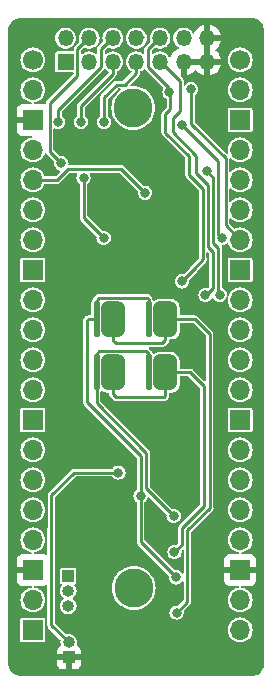
<source format=gbr>
%TF.GenerationSoftware,KiCad,Pcbnew,7.0.2*%
%TF.CreationDate,2024-02-16T13:22:18+02:00*%
%TF.ProjectId,dots_projector,646f7473-5f70-4726-9f6a-6563746f722e,rev?*%
%TF.SameCoordinates,Original*%
%TF.FileFunction,Copper,L1,Top*%
%TF.FilePolarity,Positive*%
%FSLAX46Y46*%
G04 Gerber Fmt 4.6, Leading zero omitted, Abs format (unit mm)*
G04 Created by KiCad (PCBNEW 7.0.2) date 2024-02-16 13:22:18*
%MOMM*%
%LPD*%
G01*
G04 APERTURE LIST*
G04 Aperture macros list*
%AMRoundRect*
0 Rectangle with rounded corners*
0 $1 Rounding radius*
0 $2 $3 $4 $5 $6 $7 $8 $9 X,Y pos of 4 corners*
0 Add a 4 corners polygon primitive as box body*
4,1,4,$2,$3,$4,$5,$6,$7,$8,$9,$2,$3,0*
0 Add four circle primitives for the rounded corners*
1,1,$1+$1,$2,$3*
1,1,$1+$1,$4,$5*
1,1,$1+$1,$6,$7*
1,1,$1+$1,$8,$9*
0 Add four rect primitives between the rounded corners*
20,1,$1+$1,$2,$3,$4,$5,0*
20,1,$1+$1,$4,$5,$6,$7,0*
20,1,$1+$1,$6,$7,$8,$9,0*
20,1,$1+$1,$8,$9,$2,$3,0*%
G04 Aperture macros list end*
%TA.AperFunction,SMDPad,CuDef*%
%ADD10RoundRect,0.500000X-0.500000X-1.000000X0.500000X-1.000000X0.500000X1.000000X-0.500000X1.000000X0*%
%TD*%
%TA.AperFunction,SMDPad,CuDef*%
%ADD11RoundRect,0.125000X-0.125000X-1.375000X0.125000X-1.375000X0.125000X1.375000X-0.125000X1.375000X0*%
%TD*%
%TA.AperFunction,ComponentPad*%
%ADD12R,1.000000X1.000000*%
%TD*%
%TA.AperFunction,ComponentPad*%
%ADD13O,1.000000X1.000000*%
%TD*%
%TA.AperFunction,ComponentPad*%
%ADD14R,1.350000X1.350000*%
%TD*%
%TA.AperFunction,ComponentPad*%
%ADD15O,1.350000X1.350000*%
%TD*%
%TA.AperFunction,ComponentPad*%
%ADD16C,1.700000*%
%TD*%
%TA.AperFunction,ComponentPad*%
%ADD17O,1.700000X1.700000*%
%TD*%
%TA.AperFunction,ComponentPad*%
%ADD18R,1.700000X1.700000*%
%TD*%
%TA.AperFunction,ViaPad*%
%ADD19C,3.300000*%
%TD*%
%TA.AperFunction,ViaPad*%
%ADD20C,0.800000*%
%TD*%
%TA.AperFunction,Conductor*%
%ADD21C,0.250000*%
%TD*%
G04 APERTURE END LIST*
D10*
%TO.P,D8,1,K*%
%TO.N,Net-(D1-K)*%
X72400000Y-94900000D03*
D11*
%TO.P,D8,2,A*%
%TO.N,Net-(D1-A)*%
X71000000Y-94900000D03*
%TD*%
D10*
%TO.P,D5,1,K*%
%TO.N,Net-(D4-K)*%
X76825000Y-99400000D03*
D11*
%TO.P,D5,2,A*%
%TO.N,Net-(D4-A)*%
X75425000Y-99400000D03*
%TD*%
D10*
%TO.P,D4,1,K*%
%TO.N,Net-(D4-K)*%
X72400000Y-99400000D03*
D11*
%TO.P,D4,2,A*%
%TO.N,Net-(D4-A)*%
X71000000Y-99400000D03*
%TD*%
D10*
%TO.P,D1,1,K*%
%TO.N,Net-(D1-K)*%
X76825000Y-94900000D03*
D11*
%TO.P,D1,2,A*%
%TO.N,Net-(D1-A)*%
X75425000Y-94900000D03*
%TD*%
D12*
%TO.P,JP3,1,A*%
%TO.N,Net-(JP3-A)*%
X68600000Y-116625000D03*
D13*
%TO.P,JP3,2,C*%
%TO.N,+5V*%
X68600000Y-117895000D03*
%TO.P,JP3,3,B*%
%TO.N,+5P*%
X68600000Y-119165000D03*
%TD*%
D14*
%TO.P,J2,1,Pin_1*%
%TO.N,CAM 1 GND*%
X68375000Y-73100000D03*
D15*
%TO.P,J2,2,Pin_2*%
%TO.N,CAM 2 GND*%
X68375000Y-71100000D03*
%TO.P,J2,3,Pin_3*%
%TO.N,CAM 1 5V*%
X70375000Y-73100000D03*
%TO.P,J2,4,Pin_4*%
%TO.N,CAM 2 5V*%
X70375000Y-71100000D03*
%TO.P,J2,5,Pin_5*%
%TO.N,CAM 1 TRIG*%
X72375000Y-73100000D03*
%TO.P,J2,6,Pin_6*%
%TO.N,CAM 2 TRIG*%
X72375000Y-71100000D03*
%TO.P,J2,7,Pin_7*%
%TO.N,PRJ 1 Input*%
X74375000Y-73100000D03*
%TO.P,J2,8,Pin_8*%
%TO.N,PRJ 2 Input*%
X74375000Y-71100000D03*
%TO.P,J2,9,Pin_9*%
%TO.N,PRJ 1 GND*%
X76375000Y-73100000D03*
%TO.P,J2,10,Pin_10*%
%TO.N,PRJ 2 GND*%
X76375000Y-71100000D03*
%TO.P,J2,11,Pin_11*%
%TO.N,GND*%
X78375000Y-73100000D03*
%TO.P,J2,12,Pin_12*%
%TO.N,Net-(J2-Pin_12)*%
X78375000Y-71100000D03*
%TO.P,J2,13,Pin_13*%
%TO.N,GND*%
X80375000Y-73100000D03*
%TO.P,J2,14,Pin_14*%
X80375000Y-71100000D03*
%TD*%
D12*
%TO.P,J4,1,Pin_1*%
%TO.N,GND*%
X68650000Y-123525000D03*
D13*
%TO.P,J4,2,Pin_2*%
%TO.N,Net-(J4-Pin_2)*%
X68650000Y-122255000D03*
%TD*%
D16*
%TO.P,U2,1,GP0*%
%TO.N,unconnected-(U2-GP0-Pad1)*%
X83164000Y-72940000D03*
D17*
%TO.P,U2,2,GP1*%
%TO.N,unconnected-(U2-GP1-Pad2)*%
X83164000Y-75480000D03*
D18*
%TO.P,U2,3,GND*%
%TO.N,unconnected-(U2-GND-Pad3)*%
X83164000Y-78020000D03*
D17*
%TO.P,U2,4,GP2*%
%TO.N,unconnected-(U2-GP2-Pad4)*%
X83164000Y-80560000D03*
%TO.P,U2,5,GP3*%
%TO.N,TRIG_INPUT_PRJ_2*%
X83164000Y-83100000D03*
%TO.P,U2,6,GP4*%
%TO.N,TRIG_INPUT_PRJ_1*%
X83164000Y-85640000D03*
%TO.P,U2,7,GP5*%
%TO.N,Lazer OUT*%
X83164000Y-88180000D03*
D18*
%TO.P,U2,8,GND*%
%TO.N,unconnected-(U2-GND-Pad8)*%
X83164000Y-90720000D03*
D17*
%TO.P,U2,9,GP6*%
%TO.N,unconnected-(U2-GP6-Pad9)*%
X83164000Y-93260000D03*
%TO.P,U2,10,GP7*%
%TO.N,unconnected-(U2-GP7-Pad10)*%
X83164000Y-95800000D03*
%TO.P,U2,11,GP8*%
%TO.N,unconnected-(U2-GP8-Pad11)*%
X83164000Y-98340000D03*
%TO.P,U2,12,GP9*%
%TO.N,unconnected-(U2-GP9-Pad12)*%
X83164000Y-100880000D03*
D18*
%TO.P,U2,13,GND*%
%TO.N,unconnected-(U2-GND-Pad13)*%
X83164000Y-103420000D03*
D17*
%TO.P,U2,14,GP10*%
%TO.N,DOTS_PROJECTOR_2*%
X83164000Y-105960000D03*
%TO.P,U2,15,GP11*%
%TO.N,DOTS_PROJECTOR_1*%
X83164000Y-108500000D03*
%TO.P,U2,16,GP12*%
%TO.N,unconnected-(U2-GP12-Pad16)*%
X83164000Y-111040000D03*
%TO.P,U2,17,GP13*%
%TO.N,unconnected-(U2-GP13-Pad17)*%
X83164000Y-113580000D03*
D18*
%TO.P,U2,18,GND*%
%TO.N,GND*%
X83164000Y-116120000D03*
D17*
%TO.P,U2,19,GP14*%
%TO.N,unconnected-(U2-GP14-Pad19)*%
X83164000Y-118660000D03*
%TO.P,U2,20,GP15*%
%TO.N,USER_BUTTON*%
X83164000Y-121200000D03*
D18*
%TO.P,U2,21,GP16*%
%TO.N,LED_2*%
X65600000Y-121200000D03*
D17*
%TO.P,U2,22,GP17*%
%TO.N,LED_1*%
X65600000Y-118660000D03*
D18*
%TO.P,U2,23,GND*%
%TO.N,GND*%
X65600000Y-116120000D03*
D17*
%TO.P,U2,24,GP18*%
%TO.N,unconnected-(U2-GP18-Pad24)*%
X65600000Y-113580000D03*
%TO.P,U2,25,GP19*%
%TO.N,unconnected-(U2-GP19-Pad25)*%
X65600000Y-111040000D03*
%TO.P,U2,26,GP20*%
%TO.N,unconnected-(U2-GP20-Pad26)*%
X65600000Y-108500000D03*
%TO.P,U2,27,GP21*%
%TO.N,unconnected-(U2-GP21-Pad27)*%
X65600000Y-105960000D03*
D18*
%TO.P,U2,28,GND*%
%TO.N,unconnected-(U2-GND-Pad28)*%
X65600000Y-103420000D03*
D17*
%TO.P,U2,29,GP22*%
%TO.N,TRIG_OUTPUT_1*%
X65600000Y-100880000D03*
%TO.P,U2,30,GP26*%
%TO.N,TRIG_OUTPUT_2*%
X65600000Y-98340000D03*
%TO.P,U2,31,GP27*%
%TO.N,unconnected-(U2-GP27-Pad31)*%
X65600000Y-95800000D03*
%TO.P,U2,32,GP28*%
%TO.N,unconnected-(U2-GP28-Pad32)*%
X65600000Y-93260000D03*
D18*
%TO.P,U2,33,GND*%
%TO.N,unconnected-(U2-GND-Pad33)*%
X65600000Y-90720000D03*
D17*
%TO.P,U2,34,GP29*%
%TO.N,unconnected-(U2-GP29-Pad34)*%
X65600000Y-88180000D03*
%TO.P,U2,35,ADC_VREF*%
%TO.N,unconnected-(U2-ADC_VREF-Pad35)*%
X65600000Y-85640000D03*
%TO.P,U2,36,GP24*%
%TO.N,+3.3V*%
X65600000Y-83100000D03*
%TO.P,U2,37,3V3*%
%TO.N,unconnected-(U2-3V3-Pad37)*%
X65600000Y-80560000D03*
D18*
%TO.P,U2,38,GND*%
%TO.N,GND*%
X65600000Y-78020000D03*
D17*
%TO.P,U2,39,VSYS*%
%TO.N,unconnected-(U2-VSYS-Pad39)*%
X65600000Y-75480000D03*
D16*
%TO.P,U2,40,VBUS*%
%TO.N,+5P*%
X65600000Y-72940000D03*
%TD*%
D19*
%TO.N,*%
X74150000Y-117650000D03*
D20*
%TO.N,GND*%
X77800000Y-110375000D03*
X79200000Y-121275000D03*
X79811818Y-97073636D03*
X68225000Y-96075000D03*
X80150000Y-118325000D03*
X73000000Y-102725000D03*
X84475000Y-122275000D03*
X71775000Y-112300000D03*
X80000000Y-112975000D03*
X78850000Y-108525000D03*
X81350000Y-102675000D03*
X84050000Y-109750000D03*
X84300000Y-79475000D03*
X64600000Y-124000000D03*
X82300000Y-94550000D03*
X69575000Y-109825000D03*
X71750000Y-109700000D03*
X75250000Y-75025000D03*
X67300000Y-102375000D03*
X79075000Y-98050000D03*
X71850000Y-121900000D03*
X77875000Y-102525000D03*
X67975000Y-112300000D03*
X64800000Y-70600000D03*
X83925000Y-70850000D03*
X73175000Y-79450000D03*
X66775000Y-89175000D03*
X84100000Y-124150000D03*
X73800000Y-115175000D03*
X73750000Y-110875000D03*
X81250000Y-118325000D03*
X81200000Y-112975000D03*
X68225000Y-93400000D03*
%TO.N,+3.3V*%
X75100000Y-84175000D03*
%TO.N,CAM 2 TRIG*%
X67750000Y-78200000D03*
%TO.N,CAM 1 TRIG*%
X69675000Y-78175000D03*
%TO.N,Net-(D4-A)*%
X77525000Y-111550000D03*
%TO.N,Net-(J4-Pin_2)*%
X72850000Y-107875000D03*
%TO.N,CAM 1 GND*%
X69900000Y-82900000D03*
X71600000Y-88000000D03*
%TO.N,Net-(D1-K)*%
X77775000Y-119725000D03*
%TO.N,PRJ 2 Input*%
X81625000Y-88025000D03*
D19*
X74110500Y-77000000D03*
D20*
X78249500Y-78450000D03*
%TO.N,PRJ 2 GND*%
X78234799Y-91689799D03*
X77175000Y-75675000D03*
%TO.N,PRJ 1 Input*%
X71625000Y-78200000D03*
X81425000Y-92825000D03*
X80325000Y-82375500D03*
%TO.N,PRJ 1 GND*%
X80225000Y-92825000D03*
%TO.N,CAM 2 5V*%
X68024500Y-81700000D03*
%TO.N,Net-(D4-K)*%
X77600000Y-114625000D03*
%TO.N,Net-(D1-A)*%
X77750000Y-116750000D03*
X74725000Y-109850000D03*
%TO.N,Lazer OUT*%
X79000000Y-75425000D03*
%TD*%
D21*
%TO.N,+3.3V*%
X65600000Y-83100000D02*
X67649805Y-83100000D01*
X68574805Y-82175000D02*
X73100000Y-82175000D01*
X73100000Y-82175000D02*
X75100000Y-84175000D01*
X67649805Y-83100000D02*
X68574805Y-82175000D01*
%TO.N,CAM 2 TRIG*%
X67750000Y-78200000D02*
X67750000Y-77175000D01*
X71375000Y-73550000D02*
X71375000Y-72025000D01*
X67750000Y-77175000D02*
X71375000Y-73550000D01*
X71375000Y-72025000D02*
X72375000Y-71025000D01*
%TO.N,CAM 1 TRIG*%
X69675000Y-78175000D02*
X69675000Y-76800000D01*
X72375000Y-74100000D02*
X72375000Y-73025000D01*
X69675000Y-76800000D02*
X72375000Y-74100000D01*
%TO.N,Net-(D4-A)*%
X71225000Y-97575000D02*
X71000000Y-97800000D01*
X75425000Y-99400000D02*
X75425000Y-97825000D01*
X75175000Y-109200000D02*
X75175000Y-106200000D01*
X71000000Y-97800000D02*
X71000000Y-99400000D01*
X75175000Y-106200000D02*
X71000000Y-102025000D01*
X71000000Y-102025000D02*
X71000000Y-99400000D01*
X75425000Y-97825000D02*
X75175000Y-97575000D01*
X77525000Y-111550000D02*
X75175000Y-109200000D01*
X75175000Y-97575000D02*
X71225000Y-97575000D01*
%TO.N,Net-(J4-Pin_2)*%
X67175000Y-112625000D02*
X67150000Y-112650000D01*
X67150000Y-112650000D02*
X67150000Y-120475000D01*
X67175000Y-109800000D02*
X67175000Y-112625000D01*
X69100000Y-107875000D02*
X67175000Y-109800000D01*
X72850000Y-107875000D02*
X69100000Y-107875000D01*
X67150000Y-120755000D02*
X67150000Y-120475000D01*
X68650000Y-122255000D02*
X67150000Y-120755000D01*
%TO.N,CAM 1 GND*%
X69900000Y-86300000D02*
X69900000Y-82900000D01*
X71600000Y-88000000D02*
X69900000Y-86300000D01*
%TO.N,Net-(D1-K)*%
X80575000Y-98950000D02*
X80575000Y-96150000D01*
X80575000Y-98950000D02*
X80575000Y-98775000D01*
X76575000Y-96925000D02*
X76650000Y-96850000D01*
X72625000Y-96925000D02*
X76575000Y-96925000D01*
X79325000Y-94900000D02*
X76825000Y-94900000D01*
X76825000Y-96675000D02*
X76575000Y-96925000D01*
X72625000Y-96925000D02*
X72550000Y-96850000D01*
X78700000Y-118800000D02*
X78700000Y-112750000D01*
X76825000Y-94900000D02*
X76825000Y-96675000D01*
X72400000Y-96700000D02*
X72550000Y-96850000D01*
X72400000Y-94900000D02*
X72400000Y-96700000D01*
X77775000Y-119725000D02*
X78700000Y-118800000D01*
X80575000Y-96150000D02*
X79325000Y-94900000D01*
X78700000Y-112750000D02*
X80575000Y-110875000D01*
X80575000Y-110875000D02*
X80575000Y-98950000D01*
%TO.N,PRJ 2 Input*%
X78375000Y-78324500D02*
X78249500Y-78450000D01*
X81325000Y-81525500D02*
X81325000Y-87725000D01*
X74375000Y-71025000D02*
X74960786Y-71025000D01*
X78249500Y-78450000D02*
X81325000Y-81525500D01*
X81325000Y-87725000D02*
X81625000Y-88025000D01*
%TO.N,PRJ 2 GND*%
X75375000Y-72025000D02*
X76375000Y-71025000D01*
X77175000Y-75675000D02*
X77175000Y-75314214D01*
X77250000Y-77125000D02*
X76825000Y-77550000D01*
X78850000Y-82700000D02*
X79975000Y-83825000D01*
X79249799Y-90674799D02*
X78234799Y-91689799D01*
X76825000Y-77550000D02*
X76825000Y-79087201D01*
X77250000Y-75750000D02*
X77250000Y-77125000D01*
X77175000Y-75314214D02*
X75375000Y-73514214D01*
X78850000Y-81112201D02*
X78850000Y-82700000D01*
X77175000Y-75675000D02*
X77250000Y-75750000D01*
X80025000Y-89825000D02*
X79249799Y-90600201D01*
X79975000Y-89775000D02*
X80025000Y-89825000D01*
X79249799Y-90600201D02*
X79249799Y-90674799D01*
X79975000Y-83825000D02*
X79975000Y-89775000D01*
X75375000Y-73514214D02*
X75375000Y-72025000D01*
X76825000Y-79087201D02*
X78850000Y-81112201D01*
%TO.N,PRJ 1 Input*%
X80325000Y-82375500D02*
X80875000Y-82925500D01*
X80875000Y-88450000D02*
X81325000Y-88900000D01*
X74375000Y-74025000D02*
X74375000Y-73025000D01*
X71625000Y-78200000D02*
X71625000Y-76100000D01*
X72694302Y-75030698D02*
X73369302Y-75030698D01*
X80875000Y-82925500D02*
X80875000Y-88450000D01*
X81325000Y-88900000D02*
X81325000Y-92725000D01*
X73369302Y-75030698D02*
X74375000Y-74025000D01*
X81325000Y-92725000D02*
X81425000Y-92825000D01*
X71625000Y-76100000D02*
X72694302Y-75030698D01*
%TO.N,PRJ 1 GND*%
X79405947Y-81031752D02*
X77450000Y-79075805D01*
X79405947Y-82525000D02*
X79405947Y-81031752D01*
X80300000Y-92825000D02*
X80875000Y-92250000D01*
X77450000Y-79075805D02*
X77450000Y-77875000D01*
X77450000Y-77875000D02*
X78050000Y-77275000D01*
X80425000Y-83525000D02*
X80405948Y-83525000D01*
X80425000Y-88775000D02*
X80425000Y-83525000D01*
X78050000Y-74700000D02*
X76375000Y-73025000D01*
X80405948Y-83525000D02*
X79405947Y-82525000D01*
X80875000Y-92250000D02*
X80875000Y-89225000D01*
X80225000Y-92825000D02*
X80300000Y-92825000D01*
X78050000Y-77275000D02*
X78050000Y-74700000D01*
X80875000Y-89225000D02*
X80425000Y-88775000D01*
%TO.N,CAM 2 5V*%
X67025000Y-80700500D02*
X68024500Y-81700000D01*
X69375000Y-74275000D02*
X67025000Y-76625000D01*
X69375000Y-72025000D02*
X69375000Y-74275000D01*
X70375000Y-71025000D02*
X69375000Y-72025000D01*
X67025000Y-76625000D02*
X67025000Y-80700500D01*
%TO.N,Net-(D4-K)*%
X78950000Y-99400000D02*
X80125000Y-100575000D01*
X72400000Y-101250000D02*
X72625000Y-101475000D01*
X80125000Y-110675000D02*
X78250000Y-112550000D01*
X80125000Y-100575000D02*
X80125000Y-110675000D01*
X78250000Y-112550000D02*
X78250000Y-113975000D01*
X72400000Y-99400000D02*
X72400000Y-101250000D01*
X72625000Y-101475000D02*
X76725000Y-101475000D01*
X76725000Y-101475000D02*
X76825000Y-101375000D01*
X76825000Y-101375000D02*
X76825000Y-99400000D01*
X76825000Y-99400000D02*
X78950000Y-99400000D01*
X78250000Y-113975000D02*
X77600000Y-114625000D01*
%TO.N,Net-(D1-A)*%
X77750000Y-116750000D02*
X74725000Y-113725000D01*
X74725000Y-106475000D02*
X70150000Y-101900000D01*
X70150000Y-101900000D02*
X70150000Y-95025000D01*
X75275000Y-93075000D02*
X75400000Y-93200000D01*
X75400000Y-93200000D02*
X75400000Y-94900000D01*
X71000000Y-94900000D02*
X71000000Y-93300000D01*
X71000000Y-94900000D02*
X70275000Y-94900000D01*
X74725000Y-109850000D02*
X74725000Y-106475000D01*
X70275000Y-94900000D02*
X70150000Y-95025000D01*
X74725000Y-113725000D02*
X74725000Y-109850000D01*
X71225000Y-93075000D02*
X75275000Y-93075000D01*
X71000000Y-93300000D02*
X71225000Y-93075000D01*
%TO.N,Lazer OUT*%
X79000000Y-75425000D02*
X79000000Y-78325000D01*
X79000000Y-78325000D02*
X81925000Y-81250000D01*
X81925000Y-86941000D02*
X83164000Y-88180000D01*
X81925000Y-81250000D02*
X81925000Y-86941000D01*
%TD*%
%TA.AperFunction,Conductor*%
%TO.N,GND*%
G36*
X78832088Y-99742813D02*
G01*
X78836848Y-99747174D01*
X79777826Y-100688152D01*
X79799218Y-100734028D01*
X79799500Y-100740478D01*
X79799500Y-110509520D01*
X79782187Y-110557086D01*
X79777826Y-110561846D01*
X78032171Y-112307501D01*
X78027413Y-112311861D01*
X77996805Y-112337545D01*
X77976825Y-112372150D01*
X77973360Y-112377590D01*
X77950446Y-112410316D01*
X77949203Y-112414955D01*
X77941813Y-112432796D01*
X77939411Y-112436956D01*
X77932473Y-112476295D01*
X77931077Y-112482592D01*
X77920735Y-112521192D01*
X77924218Y-112560989D01*
X77924500Y-112567440D01*
X77924500Y-113809521D01*
X77907187Y-113857087D01*
X77902826Y-113861847D01*
X77754249Y-114010423D01*
X77708372Y-114031815D01*
X77692264Y-114031464D01*
X77600000Y-114019317D01*
X77443237Y-114039956D01*
X77297157Y-114100464D01*
X77171718Y-114196718D01*
X77075464Y-114322157D01*
X77014956Y-114468237D01*
X76994317Y-114625000D01*
X77014956Y-114781762D01*
X77075464Y-114927842D01*
X77123591Y-114990561D01*
X77171718Y-115053282D01*
X77253455Y-115116001D01*
X77297157Y-115149535D01*
X77297158Y-115149535D01*
X77297159Y-115149536D01*
X77443238Y-115210044D01*
X77600000Y-115230682D01*
X77756762Y-115210044D01*
X77902841Y-115149536D01*
X78028282Y-115053282D01*
X78124536Y-114927841D01*
X78185044Y-114781762D01*
X78205682Y-114625000D01*
X78193534Y-114532733D01*
X78204490Y-114483316D01*
X78214571Y-114470753D01*
X78248175Y-114437149D01*
X78294052Y-114415758D01*
X78342946Y-114428860D01*
X78371979Y-114470325D01*
X78374500Y-114489477D01*
X78374500Y-116359437D01*
X78357187Y-116407003D01*
X78313350Y-116432313D01*
X78263500Y-116423523D01*
X78241792Y-116404486D01*
X78215330Y-116370000D01*
X78178282Y-116321718D01*
X78178280Y-116321717D01*
X78178280Y-116321716D01*
X78052842Y-116225464D01*
X77906762Y-116164956D01*
X77749999Y-116144317D01*
X77657733Y-116156464D01*
X77608314Y-116145508D01*
X77595749Y-116135423D01*
X75072174Y-113611848D01*
X75050782Y-113565972D01*
X75050500Y-113559522D01*
X75050500Y-110393641D01*
X75067813Y-110346075D01*
X75079449Y-110334935D01*
X75153282Y-110278282D01*
X75249536Y-110152841D01*
X75310044Y-110006762D01*
X75315050Y-109968735D01*
X75338423Y-109923836D01*
X75385189Y-109904465D01*
X75433466Y-109919687D01*
X75440743Y-109926069D01*
X76910423Y-111395749D01*
X76931815Y-111441625D01*
X76931464Y-111457733D01*
X76919317Y-111549999D01*
X76939956Y-111706762D01*
X77000464Y-111852842D01*
X77048590Y-111915561D01*
X77096718Y-111978282D01*
X77178455Y-112041001D01*
X77222157Y-112074535D01*
X77222158Y-112074535D01*
X77222159Y-112074536D01*
X77368238Y-112135044D01*
X77525000Y-112155682D01*
X77681762Y-112135044D01*
X77827841Y-112074536D01*
X77953282Y-111978282D01*
X78049536Y-111852841D01*
X78110044Y-111706762D01*
X78130682Y-111550000D01*
X78110044Y-111393238D01*
X78049536Y-111247159D01*
X78049535Y-111247158D01*
X78049535Y-111247157D01*
X78016001Y-111203455D01*
X77953282Y-111121718D01*
X77863529Y-111052848D01*
X77827842Y-111025464D01*
X77681762Y-110964956D01*
X77524999Y-110944317D01*
X77432733Y-110956464D01*
X77383314Y-110945508D01*
X77370749Y-110935423D01*
X75522174Y-109086848D01*
X75500782Y-109040972D01*
X75500500Y-109034522D01*
X75500500Y-106217440D01*
X75500782Y-106210989D01*
X75504264Y-106171193D01*
X75493923Y-106132602D01*
X75492525Y-106126298D01*
X75485588Y-106086955D01*
X75483189Y-106082800D01*
X75475795Y-106064949D01*
X75474554Y-106060316D01*
X75451639Y-106027590D01*
X75448172Y-106022148D01*
X75428194Y-105987545D01*
X75397583Y-105961859D01*
X75392824Y-105957498D01*
X71347174Y-101911848D01*
X71325782Y-101865972D01*
X71325500Y-101859522D01*
X71325500Y-101065478D01*
X71342813Y-101017912D01*
X71347173Y-101013153D01*
X71348154Y-101012172D01*
X71386450Y-100973875D01*
X71432326Y-100952483D01*
X71477056Y-100962872D01*
X71610394Y-101043478D01*
X71680993Y-101065477D01*
X71772803Y-101094086D01*
X71785062Y-101095200D01*
X71843384Y-101100500D01*
X72000500Y-101100500D01*
X72048066Y-101117813D01*
X72073376Y-101161650D01*
X72074500Y-101174500D01*
X72074500Y-101232558D01*
X72074218Y-101239009D01*
X72070735Y-101278807D01*
X72081077Y-101317405D01*
X72082473Y-101323704D01*
X72089410Y-101363044D01*
X72091812Y-101367203D01*
X72099202Y-101385044D01*
X72100446Y-101389684D01*
X72110335Y-101403807D01*
X72123362Y-101422412D01*
X72126829Y-101427855D01*
X72146806Y-101462455D01*
X72177409Y-101488134D01*
X72182169Y-101492495D01*
X72382505Y-101692831D01*
X72386856Y-101697579D01*
X72412545Y-101728194D01*
X72447139Y-101748167D01*
X72447148Y-101748172D01*
X72452590Y-101751639D01*
X72485316Y-101774554D01*
X72489949Y-101775795D01*
X72507800Y-101783189D01*
X72511955Y-101785588D01*
X72551292Y-101792524D01*
X72551298Y-101792525D01*
X72557598Y-101793922D01*
X72596193Y-101804264D01*
X72635991Y-101800781D01*
X72642441Y-101800500D01*
X76707559Y-101800500D01*
X76714008Y-101800781D01*
X76725916Y-101801823D01*
X76753805Y-101804264D01*
X76753805Y-101804263D01*
X76753807Y-101804264D01*
X76792413Y-101793918D01*
X76798698Y-101792525D01*
X76838045Y-101785588D01*
X76842198Y-101783189D01*
X76860050Y-101775795D01*
X76864684Y-101774554D01*
X76897420Y-101751630D01*
X76902828Y-101748185D01*
X76937455Y-101728194D01*
X76963145Y-101697576D01*
X76967483Y-101692841D01*
X77042846Y-101617479D01*
X77047582Y-101613140D01*
X77078194Y-101587455D01*
X77098177Y-101552841D01*
X77101629Y-101547423D01*
X77124554Y-101514684D01*
X77125795Y-101510050D01*
X77133189Y-101492198D01*
X77135588Y-101488045D01*
X77142525Y-101448695D01*
X77143919Y-101442406D01*
X77154263Y-101403807D01*
X77153027Y-101389684D01*
X77150782Y-101364016D01*
X77150500Y-101357566D01*
X77150500Y-101174500D01*
X77167813Y-101126934D01*
X77211650Y-101101624D01*
X77224500Y-101100500D01*
X77379934Y-101100500D01*
X77381616Y-101100500D01*
X77452196Y-101094086D01*
X77614606Y-101043478D01*
X77760185Y-100955472D01*
X77880472Y-100835185D01*
X77968478Y-100689606D01*
X78019086Y-100527196D01*
X78025500Y-100456616D01*
X78025500Y-99799500D01*
X78042813Y-99751934D01*
X78086650Y-99726624D01*
X78099500Y-99725500D01*
X78784522Y-99725500D01*
X78832088Y-99742813D01*
G37*
%TD.AperFunction*%
%TA.AperFunction,Conductor*%
G36*
X79207088Y-95242813D02*
G01*
X79211848Y-95247174D01*
X80227826Y-96263151D01*
X80249218Y-96309027D01*
X80249500Y-96315477D01*
X80249500Y-100060522D01*
X80232187Y-100108088D01*
X80188350Y-100133398D01*
X80138500Y-100124608D01*
X80123174Y-100112848D01*
X79192499Y-99182173D01*
X79188138Y-99177414D01*
X79186592Y-99175572D01*
X79162455Y-99146806D01*
X79127855Y-99126829D01*
X79122412Y-99123362D01*
X79119164Y-99121088D01*
X79089684Y-99100446D01*
X79085044Y-99099202D01*
X79067203Y-99091812D01*
X79063044Y-99089410D01*
X79023704Y-99082473D01*
X79017405Y-99081077D01*
X78978807Y-99070735D01*
X78941776Y-99073975D01*
X78939008Y-99074218D01*
X78932559Y-99074500D01*
X78099500Y-99074500D01*
X78051934Y-99057187D01*
X78026624Y-99013350D01*
X78025500Y-99000500D01*
X78025500Y-98345065D01*
X78025500Y-98345064D01*
X78025500Y-98343384D01*
X78019086Y-98272804D01*
X77968478Y-98110394D01*
X77880472Y-97964815D01*
X77760185Y-97844528D01*
X77614606Y-97756522D01*
X77614605Y-97756521D01*
X77614604Y-97756521D01*
X77452196Y-97705913D01*
X77383294Y-97699652D01*
X77383283Y-97699651D01*
X77381616Y-97699500D01*
X76268384Y-97699500D01*
X76266717Y-97699651D01*
X76266705Y-97699652D01*
X76197803Y-97705913D01*
X76035395Y-97756521D01*
X75902059Y-97837126D01*
X75852396Y-97846918D01*
X75811450Y-97826124D01*
X75760286Y-97774960D01*
X75739736Y-97735484D01*
X75735588Y-97711955D01*
X75733183Y-97707790D01*
X75725794Y-97689947D01*
X75724992Y-97686955D01*
X75724553Y-97685316D01*
X75716883Y-97674362D01*
X75701636Y-97652585D01*
X75698168Y-97647141D01*
X75678194Y-97612544D01*
X75647588Y-97586863D01*
X75642828Y-97582502D01*
X75437152Y-97376826D01*
X75415760Y-97330950D01*
X75428861Y-97282055D01*
X75470325Y-97253021D01*
X75489478Y-97250500D01*
X76557559Y-97250500D01*
X76564008Y-97250781D01*
X76575916Y-97251823D01*
X76603805Y-97254264D01*
X76603805Y-97254263D01*
X76603807Y-97254264D01*
X76642413Y-97243918D01*
X76648698Y-97242525D01*
X76688045Y-97235588D01*
X76692198Y-97233189D01*
X76710050Y-97225795D01*
X76714684Y-97224554D01*
X76747420Y-97201630D01*
X76752828Y-97198185D01*
X76787455Y-97178194D01*
X76813145Y-97147577D01*
X76817484Y-97142841D01*
X77042846Y-96917479D01*
X77047582Y-96913140D01*
X77078194Y-96887455D01*
X77098177Y-96852841D01*
X77101633Y-96847416D01*
X77124553Y-96814684D01*
X77125794Y-96810049D01*
X77133187Y-96792202D01*
X77135588Y-96788045D01*
X77142526Y-96748692D01*
X77143924Y-96742389D01*
X77154263Y-96703807D01*
X77154263Y-96703805D01*
X77152264Y-96680949D01*
X77165365Y-96632055D01*
X77206830Y-96603021D01*
X77225982Y-96600500D01*
X77379934Y-96600500D01*
X77381616Y-96600500D01*
X77452196Y-96594086D01*
X77614606Y-96543478D01*
X77760185Y-96455472D01*
X77880472Y-96335185D01*
X77968478Y-96189606D01*
X78019086Y-96027196D01*
X78025500Y-95956616D01*
X78025500Y-95299499D01*
X78042813Y-95251934D01*
X78086650Y-95226624D01*
X78099500Y-95225500D01*
X79159522Y-95225500D01*
X79207088Y-95242813D01*
G37*
%TD.AperFunction*%
%TA.AperFunction,Conductor*%
G36*
X80047359Y-72861955D02*
G01*
X79989835Y-72974852D01*
X79970014Y-73100000D01*
X79989835Y-73225148D01*
X80047359Y-73338045D01*
X80059314Y-73350000D01*
X78690686Y-73350000D01*
X78702641Y-73338045D01*
X78760165Y-73225148D01*
X78779986Y-73100000D01*
X78760165Y-72974852D01*
X78702641Y-72861955D01*
X78690686Y-72850000D01*
X80059314Y-72850000D01*
X80047359Y-72861955D01*
G37*
%TD.AperFunction*%
%TA.AperFunction,Conductor*%
G36*
X80624999Y-72784314D02*
G01*
X80613045Y-72772359D01*
X80500148Y-72714835D01*
X80406481Y-72700000D01*
X80343519Y-72700000D01*
X80249852Y-72714835D01*
X80136955Y-72772359D01*
X80125000Y-72784314D01*
X80125000Y-71415686D01*
X80136955Y-71427641D01*
X80249852Y-71485165D01*
X80343519Y-71500000D01*
X80406481Y-71500000D01*
X80500148Y-71485165D01*
X80613045Y-71427641D01*
X80624999Y-71415686D01*
X80624999Y-72784314D01*
G37*
%TD.AperFunction*%
%TA.AperFunction,Conductor*%
G36*
X84061052Y-69400614D02*
G01*
X84376696Y-69418149D01*
X84391740Y-69420556D01*
X84457182Y-69438090D01*
X84459493Y-69438751D01*
X84554961Y-69467710D01*
X84564732Y-69471447D01*
X84567951Y-69472949D01*
X84578582Y-69479025D01*
X84852594Y-69667408D01*
X84890002Y-69693126D01*
X84907279Y-69709705D01*
X85085492Y-69947323D01*
X85091550Y-69956833D01*
X85093934Y-69961292D01*
X85095743Y-69964909D01*
X85128543Y-70035251D01*
X85132274Y-70044990D01*
X85132561Y-70045935D01*
X85134635Y-70054601D01*
X85184579Y-70337617D01*
X85198374Y-70415785D01*
X85199500Y-70428645D01*
X85199500Y-124027924D01*
X85199244Y-124034070D01*
X85177566Y-124294195D01*
X85175301Y-124307201D01*
X85168732Y-124331717D01*
X85161941Y-124348502D01*
X84932663Y-124761205D01*
X84912375Y-124784468D01*
X84637383Y-124990712D01*
X84609932Y-125003545D01*
X84210484Y-125097533D01*
X84193535Y-125099500D01*
X64600611Y-125099500D01*
X64591432Y-125098929D01*
X64216803Y-125052100D01*
X64185781Y-125040799D01*
X63789050Y-124784091D01*
X63766228Y-124760746D01*
X63582396Y-124462018D01*
X63572547Y-124436101D01*
X63501626Y-124034213D01*
X63500500Y-124021353D01*
X63500500Y-123775000D01*
X67650000Y-123775000D01*
X67650000Y-124070844D01*
X67650211Y-124074798D01*
X67656402Y-124132378D01*
X67706646Y-124267086D01*
X67792811Y-124382188D01*
X67907913Y-124468353D01*
X68042621Y-124518597D01*
X68100201Y-124524788D01*
X68104155Y-124525000D01*
X68400000Y-124525000D01*
X68400000Y-123775000D01*
X67650000Y-123775000D01*
X63500500Y-123775000D01*
X63500500Y-122069747D01*
X64549500Y-122069747D01*
X64561132Y-122128229D01*
X64561132Y-122128230D01*
X64561133Y-122128231D01*
X64605448Y-122194552D01*
X64671769Y-122238867D01*
X64730252Y-122250500D01*
X66469748Y-122250500D01*
X66528231Y-122238867D01*
X66594552Y-122194552D01*
X66638867Y-122128231D01*
X66650500Y-122069748D01*
X66650500Y-120330252D01*
X66638867Y-120271769D01*
X66594552Y-120205448D01*
X66528231Y-120161133D01*
X66528230Y-120161132D01*
X66528229Y-120161132D01*
X66469748Y-120149500D01*
X64730252Y-120149500D01*
X64671770Y-120161132D01*
X64605448Y-120205448D01*
X64561132Y-120271770D01*
X64549500Y-120330252D01*
X64549500Y-122069747D01*
X63500500Y-122069747D01*
X63500500Y-117015844D01*
X64250000Y-117015844D01*
X64250211Y-117019798D01*
X64256402Y-117077378D01*
X64306646Y-117212086D01*
X64392811Y-117327188D01*
X64507913Y-117413353D01*
X64642621Y-117463597D01*
X64700201Y-117469788D01*
X64704155Y-117470000D01*
X65458458Y-117470000D01*
X65506024Y-117487313D01*
X65531334Y-117531150D01*
X65522544Y-117581000D01*
X65483767Y-117613537D01*
X65465714Y-117617643D01*
X65394065Y-117624699D01*
X65394066Y-117624700D01*
X65196044Y-117684768D01*
X65013550Y-117782315D01*
X64853590Y-117913590D01*
X64722315Y-118073550D01*
X64624768Y-118256044D01*
X64592346Y-118362929D01*
X64564700Y-118454066D01*
X64544417Y-118660000D01*
X64564700Y-118865934D01*
X64585668Y-118935056D01*
X64624768Y-119063955D01*
X64665392Y-119139956D01*
X64722315Y-119246450D01*
X64853590Y-119406410D01*
X65013550Y-119537685D01*
X65196046Y-119635232D01*
X65394066Y-119695300D01*
X65600000Y-119715583D01*
X65805934Y-119695300D01*
X66003954Y-119635232D01*
X66186450Y-119537685D01*
X66346410Y-119406410D01*
X66477685Y-119246450D01*
X66575232Y-119063954D01*
X66635300Y-118865934D01*
X66655583Y-118660000D01*
X66635300Y-118454066D01*
X66575232Y-118256046D01*
X66477685Y-118073550D01*
X66346410Y-117913590D01*
X66186450Y-117782315D01*
X66095201Y-117733541D01*
X66003955Y-117684768D01*
X65889338Y-117650000D01*
X65805934Y-117624700D01*
X65734287Y-117617643D01*
X65688648Y-117595752D01*
X65667758Y-117549645D01*
X65681391Y-117500896D01*
X65723170Y-117472317D01*
X65741542Y-117470000D01*
X66495845Y-117470000D01*
X66499798Y-117469788D01*
X66557378Y-117463597D01*
X66692086Y-117413354D01*
X66706153Y-117402824D01*
X66754607Y-117388178D01*
X66801139Y-117408104D01*
X66823977Y-117453278D01*
X66824500Y-117462064D01*
X66824500Y-120737558D01*
X66824218Y-120744009D01*
X66820735Y-120783807D01*
X66831077Y-120822405D01*
X66832473Y-120828704D01*
X66839410Y-120868044D01*
X66841812Y-120872203D01*
X66849202Y-120890044D01*
X66850446Y-120894684D01*
X66871088Y-120924164D01*
X66873362Y-120927412D01*
X66876829Y-120932855D01*
X66896806Y-120967455D01*
X66927409Y-120993134D01*
X66932169Y-120997495D01*
X67946410Y-122011737D01*
X67967802Y-122057614D01*
X67965104Y-122077108D01*
X67965942Y-122077210D01*
X67944354Y-122254999D01*
X67964859Y-122423871D01*
X67983838Y-122473914D01*
X67984518Y-122524528D01*
X67952504Y-122563738D01*
X67940508Y-122569488D01*
X67907911Y-122581646D01*
X67792811Y-122667810D01*
X67706646Y-122782913D01*
X67656402Y-122917621D01*
X67650211Y-122975201D01*
X67650000Y-122979155D01*
X67650000Y-123275000D01*
X68435517Y-123275000D01*
X68364199Y-123359993D01*
X68325000Y-123467694D01*
X68325000Y-123582306D01*
X68364199Y-123690007D01*
X68437871Y-123777805D01*
X68537129Y-123835112D01*
X68621564Y-123850000D01*
X68678436Y-123850000D01*
X68762871Y-123835112D01*
X68862129Y-123777805D01*
X68864483Y-123775000D01*
X68900000Y-123775000D01*
X68900000Y-124525000D01*
X69195845Y-124525000D01*
X69199798Y-124524788D01*
X69257378Y-124518597D01*
X69392086Y-124468353D01*
X69507188Y-124382188D01*
X69593353Y-124267086D01*
X69643597Y-124132378D01*
X69649788Y-124074798D01*
X69650000Y-124070844D01*
X69650000Y-123775000D01*
X68900000Y-123775000D01*
X68864483Y-123775000D01*
X68935801Y-123690007D01*
X68975000Y-123582306D01*
X68975000Y-123467694D01*
X68935801Y-123359993D01*
X68864483Y-123275000D01*
X69650000Y-123275000D01*
X69650000Y-122979155D01*
X69649788Y-122975201D01*
X69643597Y-122917621D01*
X69593353Y-122782913D01*
X69507188Y-122667811D01*
X69392087Y-122581646D01*
X69359491Y-122569488D01*
X69320974Y-122536643D01*
X69312581Y-122486725D01*
X69316156Y-122473927D01*
X69335140Y-122423872D01*
X69355645Y-122255000D01*
X69335140Y-122086128D01*
X69274818Y-121927070D01*
X69178183Y-121787071D01*
X69050852Y-121674266D01*
X68900225Y-121595210D01*
X68735056Y-121554500D01*
X68564944Y-121554500D01*
X68481021Y-121575184D01*
X68430694Y-121569757D01*
X68410987Y-121555660D01*
X68055327Y-121200000D01*
X82108417Y-121200000D01*
X82128700Y-121405933D01*
X82188768Y-121603955D01*
X82226351Y-121674266D01*
X82286315Y-121786450D01*
X82417590Y-121946410D01*
X82577550Y-122077685D01*
X82760046Y-122175232D01*
X82958066Y-122235300D01*
X83164000Y-122255583D01*
X83369934Y-122235300D01*
X83567954Y-122175232D01*
X83750450Y-122077685D01*
X83910410Y-121946410D01*
X84041685Y-121786450D01*
X84139232Y-121603954D01*
X84199300Y-121405934D01*
X84219583Y-121200000D01*
X84199300Y-120994066D01*
X84139232Y-120796046D01*
X84041685Y-120613550D01*
X83910410Y-120453590D01*
X83750450Y-120322315D01*
X83655886Y-120271769D01*
X83567955Y-120224768D01*
X83468944Y-120194734D01*
X83369934Y-120164700D01*
X83164000Y-120144417D01*
X82958066Y-120164700D01*
X82760044Y-120224768D01*
X82577550Y-120322315D01*
X82417590Y-120453590D01*
X82286315Y-120613550D01*
X82188768Y-120796044D01*
X82128700Y-120994066D01*
X82108417Y-121200000D01*
X68055327Y-121200000D01*
X67497174Y-120641846D01*
X67475782Y-120595969D01*
X67475500Y-120589520D01*
X67475500Y-119165000D01*
X67894354Y-119165000D01*
X67914859Y-119333871D01*
X67975180Y-119492927D01*
X67975181Y-119492929D01*
X67975182Y-119492930D01*
X68071817Y-119632929D01*
X68199148Y-119745734D01*
X68349775Y-119824790D01*
X68514944Y-119865500D01*
X68514945Y-119865500D01*
X68685055Y-119865500D01*
X68685056Y-119865500D01*
X68850225Y-119824790D01*
X69000852Y-119745734D01*
X69128183Y-119632929D01*
X69224818Y-119492930D01*
X69285140Y-119333872D01*
X69305645Y-119165000D01*
X69285140Y-118996128D01*
X69253631Y-118913045D01*
X69224819Y-118837072D01*
X69219113Y-118828805D01*
X69128183Y-118697071D01*
X69002120Y-118585389D01*
X68977996Y-118540888D01*
X68988122Y-118491292D01*
X69002114Y-118474615D01*
X69128183Y-118362929D01*
X69224818Y-118222930D01*
X69285140Y-118063872D01*
X69305645Y-117895000D01*
X69285140Y-117726128D01*
X69256269Y-117650000D01*
X69256269Y-117649999D01*
X72294772Y-117649999D01*
X72313656Y-117914021D01*
X72369923Y-118172681D01*
X72462425Y-118420689D01*
X72589281Y-118653007D01*
X72589284Y-118653011D01*
X72747913Y-118864915D01*
X72935085Y-119052087D01*
X73133294Y-119200464D01*
X73146992Y-119210718D01*
X73379310Y-119337574D01*
X73627318Y-119430076D01*
X73627321Y-119430076D01*
X73627322Y-119430077D01*
X73885974Y-119486343D01*
X74150000Y-119505227D01*
X74414026Y-119486343D01*
X74672678Y-119430077D01*
X74693913Y-119422157D01*
X74920689Y-119337574D01*
X74927469Y-119333872D01*
X75153011Y-119210716D01*
X75364915Y-119052087D01*
X75552087Y-118864915D01*
X75710716Y-118653011D01*
X75837574Y-118420689D01*
X75859117Y-118362929D01*
X75930076Y-118172681D01*
X75930077Y-118172678D01*
X75986343Y-117914026D01*
X76005227Y-117650000D01*
X75986343Y-117385974D01*
X75930077Y-117127322D01*
X75924453Y-117112244D01*
X75837574Y-116879310D01*
X75710718Y-116646992D01*
X75710716Y-116646989D01*
X75552087Y-116435085D01*
X75364915Y-116247913D01*
X75153011Y-116089284D01*
X75153007Y-116089281D01*
X74920689Y-115962425D01*
X74672681Y-115869923D01*
X74414021Y-115813656D01*
X74150000Y-115794772D01*
X73885978Y-115813656D01*
X73627318Y-115869923D01*
X73379310Y-115962425D01*
X73146992Y-116089281D01*
X72935085Y-116247913D01*
X72747913Y-116435085D01*
X72589281Y-116646992D01*
X72462425Y-116879310D01*
X72369923Y-117127318D01*
X72313656Y-117385978D01*
X72294772Y-117649999D01*
X69256269Y-117649999D01*
X69224819Y-117567072D01*
X69129472Y-117428938D01*
X69116700Y-117379957D01*
X69138400Y-117334225D01*
X69175936Y-117314323D01*
X69178231Y-117313867D01*
X69244552Y-117269552D01*
X69288867Y-117203231D01*
X69300500Y-117144748D01*
X69300500Y-116105252D01*
X69288867Y-116046769D01*
X69244552Y-115980448D01*
X69178231Y-115936133D01*
X69178230Y-115936132D01*
X69178229Y-115936132D01*
X69119748Y-115924500D01*
X68080252Y-115924500D01*
X68021770Y-115936132D01*
X67955448Y-115980448D01*
X67911132Y-116046770D01*
X67899500Y-116105252D01*
X67899500Y-117144747D01*
X67911132Y-117203229D01*
X67911132Y-117203230D01*
X67911133Y-117203231D01*
X67955448Y-117269552D01*
X68021769Y-117313867D01*
X68024063Y-117314323D01*
X68067337Y-117340583D01*
X68083608Y-117388515D01*
X68070527Y-117428937D01*
X67975181Y-117567070D01*
X67914859Y-117726128D01*
X67894354Y-117895000D01*
X67914859Y-118063871D01*
X67975180Y-118222927D01*
X67975181Y-118222929D01*
X67975182Y-118222930D01*
X68071817Y-118362929D01*
X68197879Y-118474610D01*
X68222002Y-118519110D01*
X68211878Y-118568706D01*
X68197879Y-118585389D01*
X68071818Y-118697070D01*
X67975180Y-118837072D01*
X67914859Y-118996128D01*
X67894354Y-119165000D01*
X67475500Y-119165000D01*
X67475500Y-112775346D01*
X67485417Y-112738341D01*
X67485588Y-112738045D01*
X67492525Y-112698695D01*
X67493919Y-112692406D01*
X67504263Y-112653807D01*
X67500782Y-112614016D01*
X67500500Y-112607566D01*
X67500500Y-109965478D01*
X67517813Y-109917912D01*
X67522174Y-109913152D01*
X69213152Y-108222174D01*
X69259028Y-108200782D01*
X69265478Y-108200500D01*
X72306359Y-108200500D01*
X72353925Y-108217813D01*
X72365064Y-108229449D01*
X72421718Y-108303282D01*
X72503455Y-108366001D01*
X72547157Y-108399535D01*
X72547158Y-108399535D01*
X72547159Y-108399536D01*
X72693238Y-108460044D01*
X72850000Y-108480682D01*
X73006762Y-108460044D01*
X73152841Y-108399536D01*
X73278282Y-108303282D01*
X73374536Y-108177841D01*
X73435044Y-108031762D01*
X73455682Y-107875000D01*
X73435044Y-107718238D01*
X73374536Y-107572159D01*
X73374535Y-107572158D01*
X73374535Y-107572157D01*
X73338172Y-107524768D01*
X73278282Y-107446718D01*
X73215561Y-107398590D01*
X73152842Y-107350464D01*
X73006762Y-107289956D01*
X72850000Y-107269317D01*
X72693237Y-107289956D01*
X72547157Y-107350464D01*
X72421718Y-107446718D01*
X72365067Y-107520548D01*
X72322376Y-107547746D01*
X72306359Y-107549500D01*
X69117433Y-107549500D01*
X69110984Y-107549218D01*
X69109245Y-107549065D01*
X69071193Y-107545736D01*
X69032603Y-107556076D01*
X69026304Y-107557472D01*
X68986956Y-107564411D01*
X68982796Y-107566813D01*
X68964955Y-107574202D01*
X68960316Y-107575446D01*
X68927590Y-107598360D01*
X68922150Y-107601825D01*
X68887545Y-107621805D01*
X68861865Y-107652409D01*
X68857505Y-107657167D01*
X66957171Y-109557501D01*
X66952413Y-109561861D01*
X66921805Y-109587545D01*
X66901825Y-109622150D01*
X66898360Y-109627590D01*
X66875446Y-109660316D01*
X66874203Y-109664955D01*
X66866813Y-109682796D01*
X66864411Y-109686956D01*
X66857473Y-109726295D01*
X66856077Y-109732592D01*
X66845735Y-109771192D01*
X66849218Y-109810989D01*
X66849500Y-109817440D01*
X66849500Y-112499653D01*
X66839588Y-112536649D01*
X66839411Y-112536954D01*
X66832473Y-112576295D01*
X66831077Y-112582592D01*
X66820735Y-112621192D01*
X66824218Y-112660989D01*
X66824500Y-112667440D01*
X66824500Y-114777935D01*
X66807187Y-114825501D01*
X66763350Y-114850811D01*
X66713500Y-114842021D01*
X66706155Y-114837176D01*
X66692089Y-114826646D01*
X66557378Y-114776402D01*
X66499798Y-114770211D01*
X66495845Y-114770000D01*
X65741542Y-114770000D01*
X65693976Y-114752687D01*
X65668666Y-114708850D01*
X65677456Y-114659000D01*
X65716233Y-114626463D01*
X65734285Y-114622356D01*
X65805934Y-114615300D01*
X66003954Y-114555232D01*
X66186450Y-114457685D01*
X66346410Y-114326410D01*
X66477685Y-114166450D01*
X66575232Y-113983954D01*
X66635300Y-113785934D01*
X66655583Y-113580000D01*
X66635300Y-113374066D01*
X66575232Y-113176046D01*
X66477685Y-112993550D01*
X66346410Y-112833590D01*
X66186450Y-112702315D01*
X66034683Y-112621193D01*
X66003955Y-112604768D01*
X65904944Y-112574734D01*
X65805934Y-112544700D01*
X65600000Y-112524417D01*
X65394066Y-112544700D01*
X65196044Y-112604768D01*
X65013550Y-112702315D01*
X64853590Y-112833590D01*
X64722315Y-112993550D01*
X64624768Y-113176044D01*
X64564700Y-113374065D01*
X64564700Y-113374066D01*
X64544417Y-113580000D01*
X64564700Y-113785934D01*
X64568574Y-113798704D01*
X64624768Y-113983955D01*
X64650163Y-114031464D01*
X64722315Y-114166450D01*
X64853590Y-114326410D01*
X65013550Y-114457685D01*
X65196046Y-114555232D01*
X65394066Y-114615300D01*
X65465712Y-114622356D01*
X65511352Y-114644248D01*
X65532242Y-114690355D01*
X65518609Y-114739104D01*
X65476830Y-114767683D01*
X65458458Y-114770000D01*
X64704155Y-114770000D01*
X64700201Y-114770211D01*
X64642621Y-114776402D01*
X64507913Y-114826646D01*
X64392811Y-114912811D01*
X64306646Y-115027913D01*
X64256402Y-115162621D01*
X64250211Y-115220201D01*
X64250000Y-115224155D01*
X64250000Y-115870000D01*
X65166314Y-115870000D01*
X65140507Y-115910156D01*
X65100000Y-116048111D01*
X65100000Y-116191889D01*
X65140507Y-116329844D01*
X65166314Y-116370000D01*
X64250000Y-116370000D01*
X64250000Y-117015844D01*
X63500500Y-117015844D01*
X63500500Y-111040000D01*
X64544417Y-111040000D01*
X64564700Y-111245933D01*
X64624768Y-111443955D01*
X64632133Y-111457733D01*
X64722315Y-111626450D01*
X64853590Y-111786410D01*
X65013550Y-111917685D01*
X65196046Y-112015232D01*
X65394066Y-112075300D01*
X65600000Y-112095583D01*
X65805934Y-112075300D01*
X66003954Y-112015232D01*
X66186450Y-111917685D01*
X66346410Y-111786410D01*
X66477685Y-111626450D01*
X66575232Y-111443954D01*
X66635300Y-111245934D01*
X66655583Y-111040000D01*
X66635300Y-110834066D01*
X66575232Y-110636046D01*
X66477685Y-110453550D01*
X66346410Y-110293590D01*
X66186450Y-110162315D01*
X66095201Y-110113541D01*
X66003955Y-110064768D01*
X65904944Y-110034734D01*
X65805934Y-110004700D01*
X65600000Y-109984417D01*
X65394066Y-110004700D01*
X65196044Y-110064768D01*
X65013550Y-110162315D01*
X64853590Y-110293590D01*
X64722315Y-110453550D01*
X64624768Y-110636044D01*
X64564700Y-110834066D01*
X64544417Y-111040000D01*
X63500500Y-111040000D01*
X63500500Y-108500000D01*
X64544417Y-108500000D01*
X64564700Y-108705933D01*
X64624768Y-108903955D01*
X64673541Y-108995201D01*
X64722315Y-109086450D01*
X64853590Y-109246410D01*
X65013550Y-109377685D01*
X65196046Y-109475232D01*
X65394066Y-109535300D01*
X65600000Y-109555583D01*
X65805934Y-109535300D01*
X66003954Y-109475232D01*
X66186450Y-109377685D01*
X66346410Y-109246410D01*
X66477685Y-109086450D01*
X66575232Y-108903954D01*
X66635300Y-108705934D01*
X66655583Y-108500000D01*
X66635300Y-108294066D01*
X66575232Y-108096046D01*
X66477685Y-107913550D01*
X66346410Y-107753590D01*
X66186450Y-107622315D01*
X66078120Y-107564411D01*
X66003955Y-107524768D01*
X65904944Y-107494734D01*
X65805934Y-107464700D01*
X65600000Y-107444417D01*
X65394066Y-107464700D01*
X65196044Y-107524768D01*
X65013550Y-107622315D01*
X64853590Y-107753590D01*
X64722315Y-107913550D01*
X64624768Y-108096044D01*
X64564700Y-108294066D01*
X64544417Y-108500000D01*
X63500500Y-108500000D01*
X63500500Y-105960000D01*
X64544417Y-105960000D01*
X64564700Y-106165934D01*
X64578367Y-106210989D01*
X64624768Y-106363955D01*
X64673541Y-106455201D01*
X64722315Y-106546450D01*
X64853590Y-106706410D01*
X65013550Y-106837685D01*
X65196046Y-106935232D01*
X65394066Y-106995300D01*
X65600000Y-107015583D01*
X65805934Y-106995300D01*
X66003954Y-106935232D01*
X66186450Y-106837685D01*
X66346410Y-106706410D01*
X66477685Y-106546450D01*
X66575232Y-106363954D01*
X66635300Y-106165934D01*
X66655583Y-105960000D01*
X66635300Y-105754066D01*
X66575232Y-105556046D01*
X66477685Y-105373550D01*
X66346410Y-105213590D01*
X66186450Y-105082315D01*
X66095201Y-105033541D01*
X66003955Y-104984768D01*
X65904944Y-104954734D01*
X65805934Y-104924700D01*
X65600000Y-104904417D01*
X65394066Y-104924700D01*
X65196044Y-104984768D01*
X65013550Y-105082315D01*
X64853590Y-105213590D01*
X64722315Y-105373550D01*
X64624768Y-105556044D01*
X64564700Y-105754066D01*
X64544417Y-105960000D01*
X63500500Y-105960000D01*
X63500500Y-104289747D01*
X64549500Y-104289747D01*
X64561132Y-104348229D01*
X64561132Y-104348230D01*
X64561133Y-104348231D01*
X64605448Y-104414552D01*
X64671769Y-104458867D01*
X64730252Y-104470500D01*
X66469748Y-104470500D01*
X66528231Y-104458867D01*
X66594552Y-104414552D01*
X66638867Y-104348231D01*
X66650500Y-104289748D01*
X66650500Y-102550252D01*
X66638867Y-102491769D01*
X66594552Y-102425448D01*
X66528231Y-102381133D01*
X66528230Y-102381132D01*
X66528229Y-102381132D01*
X66469748Y-102369500D01*
X64730252Y-102369500D01*
X64671770Y-102381132D01*
X64605448Y-102425448D01*
X64561132Y-102491770D01*
X64549500Y-102550252D01*
X64549500Y-104289747D01*
X63500500Y-104289747D01*
X63500500Y-100880000D01*
X64544417Y-100880000D01*
X64564700Y-101085934D01*
X64577137Y-101126934D01*
X64624768Y-101283955D01*
X64646015Y-101323704D01*
X64722315Y-101466450D01*
X64853590Y-101626410D01*
X65013550Y-101757685D01*
X65196046Y-101855232D01*
X65394066Y-101915300D01*
X65600000Y-101935583D01*
X65668797Y-101928807D01*
X69820735Y-101928807D01*
X69831077Y-101967405D01*
X69832473Y-101973704D01*
X69839410Y-102013044D01*
X69841812Y-102017203D01*
X69849202Y-102035044D01*
X69850446Y-102039684D01*
X69871088Y-102069164D01*
X69873362Y-102072412D01*
X69876829Y-102077855D01*
X69896806Y-102112455D01*
X69927409Y-102138134D01*
X69932169Y-102142495D01*
X74377826Y-106588152D01*
X74399218Y-106634028D01*
X74399500Y-106640478D01*
X74399500Y-109306357D01*
X74382187Y-109353923D01*
X74370549Y-109365065D01*
X74296715Y-109421719D01*
X74200464Y-109547157D01*
X74139956Y-109693237D01*
X74119317Y-109850000D01*
X74139956Y-110006762D01*
X74200464Y-110152842D01*
X74248590Y-110215561D01*
X74296718Y-110278282D01*
X74370548Y-110334933D01*
X74397746Y-110377624D01*
X74399500Y-110393641D01*
X74399500Y-113707558D01*
X74399218Y-113714009D01*
X74395735Y-113753807D01*
X74406077Y-113792405D01*
X74407473Y-113798704D01*
X74414410Y-113838044D01*
X74416812Y-113842203D01*
X74424202Y-113860044D01*
X74425446Y-113864684D01*
X74446088Y-113894164D01*
X74448362Y-113897412D01*
X74451829Y-113902855D01*
X74471806Y-113937455D01*
X74502409Y-113963134D01*
X74507169Y-113967495D01*
X77135423Y-116595749D01*
X77156815Y-116641625D01*
X77156464Y-116657733D01*
X77144317Y-116749999D01*
X77164956Y-116906762D01*
X77225464Y-117052842D01*
X77258208Y-117095514D01*
X77321718Y-117178282D01*
X77403455Y-117241001D01*
X77447157Y-117274535D01*
X77447158Y-117274535D01*
X77447159Y-117274536D01*
X77593238Y-117335044D01*
X77750000Y-117355682D01*
X77906762Y-117335044D01*
X78052841Y-117274536D01*
X78178282Y-117178282D01*
X78241791Y-117095514D01*
X78284484Y-117068316D01*
X78334669Y-117074923D01*
X78368867Y-117112244D01*
X78374500Y-117140562D01*
X78374500Y-118634521D01*
X78357187Y-118682087D01*
X78352826Y-118686847D01*
X77929249Y-119110423D01*
X77883372Y-119131815D01*
X77867264Y-119131464D01*
X77775000Y-119119317D01*
X77618237Y-119139956D01*
X77472157Y-119200464D01*
X77346718Y-119296718D01*
X77250464Y-119422157D01*
X77189956Y-119568237D01*
X77169317Y-119725000D01*
X77189956Y-119881762D01*
X77250464Y-120027842D01*
X77298590Y-120090561D01*
X77346718Y-120153282D01*
X77414702Y-120205448D01*
X77472157Y-120249535D01*
X77472158Y-120249535D01*
X77472159Y-120249536D01*
X77618238Y-120310044D01*
X77775000Y-120330682D01*
X77931762Y-120310044D01*
X78077841Y-120249536D01*
X78203282Y-120153282D01*
X78299536Y-120027841D01*
X78360044Y-119881762D01*
X78380682Y-119725000D01*
X78368534Y-119632733D01*
X78379490Y-119583316D01*
X78389570Y-119570754D01*
X78917841Y-119042483D01*
X78922577Y-119038144D01*
X78953194Y-119012455D01*
X78973185Y-118977828D01*
X78976630Y-118972420D01*
X78999554Y-118939684D01*
X79000795Y-118935050D01*
X79008189Y-118917198D01*
X79010588Y-118913045D01*
X79017524Y-118873703D01*
X79018922Y-118867400D01*
X79019588Y-118864915D01*
X79029264Y-118828807D01*
X79025782Y-118789005D01*
X79025500Y-118782555D01*
X79025500Y-117015844D01*
X81814000Y-117015844D01*
X81814211Y-117019798D01*
X81820402Y-117077378D01*
X81870646Y-117212086D01*
X81956811Y-117327188D01*
X82071913Y-117413353D01*
X82206621Y-117463597D01*
X82264201Y-117469788D01*
X82268155Y-117470000D01*
X83022458Y-117470000D01*
X83070024Y-117487313D01*
X83095334Y-117531150D01*
X83086544Y-117581000D01*
X83047767Y-117613537D01*
X83029714Y-117617643D01*
X82958065Y-117624699D01*
X82958066Y-117624700D01*
X82760044Y-117684768D01*
X82577550Y-117782315D01*
X82417590Y-117913590D01*
X82286315Y-118073550D01*
X82188768Y-118256044D01*
X82156346Y-118362929D01*
X82128700Y-118454066D01*
X82108417Y-118660000D01*
X82128700Y-118865934D01*
X82149668Y-118935056D01*
X82188768Y-119063955D01*
X82229392Y-119139956D01*
X82286315Y-119246450D01*
X82417590Y-119406410D01*
X82577550Y-119537685D01*
X82760046Y-119635232D01*
X82958066Y-119695300D01*
X83164000Y-119715583D01*
X83369934Y-119695300D01*
X83567954Y-119635232D01*
X83750450Y-119537685D01*
X83910410Y-119406410D01*
X84041685Y-119246450D01*
X84139232Y-119063954D01*
X84199300Y-118865934D01*
X84219583Y-118660000D01*
X84199300Y-118454066D01*
X84139232Y-118256046D01*
X84041685Y-118073550D01*
X83910410Y-117913590D01*
X83750450Y-117782315D01*
X83659201Y-117733541D01*
X83567955Y-117684768D01*
X83453338Y-117650000D01*
X83369934Y-117624700D01*
X83298287Y-117617643D01*
X83252648Y-117595752D01*
X83231758Y-117549645D01*
X83245391Y-117500896D01*
X83287170Y-117472317D01*
X83305542Y-117470000D01*
X84059845Y-117470000D01*
X84063798Y-117469788D01*
X84121378Y-117463597D01*
X84256086Y-117413353D01*
X84371188Y-117327188D01*
X84457353Y-117212086D01*
X84507597Y-117077378D01*
X84513788Y-117019798D01*
X84514000Y-117015844D01*
X84514000Y-116370000D01*
X83597686Y-116370000D01*
X83623493Y-116329844D01*
X83664000Y-116191889D01*
X83664000Y-116048111D01*
X83623493Y-115910156D01*
X83597686Y-115870000D01*
X84514000Y-115870000D01*
X84514000Y-115224155D01*
X84513788Y-115220201D01*
X84507597Y-115162621D01*
X84457353Y-115027913D01*
X84371188Y-114912811D01*
X84256086Y-114826646D01*
X84121378Y-114776402D01*
X84063798Y-114770211D01*
X84059845Y-114770000D01*
X83305542Y-114770000D01*
X83257976Y-114752687D01*
X83232666Y-114708850D01*
X83241456Y-114659000D01*
X83280233Y-114626463D01*
X83298285Y-114622356D01*
X83369934Y-114615300D01*
X83567954Y-114555232D01*
X83750450Y-114457685D01*
X83910410Y-114326410D01*
X84041685Y-114166450D01*
X84139232Y-113983954D01*
X84199300Y-113785934D01*
X84219583Y-113580000D01*
X84199300Y-113374066D01*
X84139232Y-113176046D01*
X84041685Y-112993550D01*
X83910410Y-112833590D01*
X83750450Y-112702315D01*
X83598683Y-112621193D01*
X83567955Y-112604768D01*
X83468943Y-112574734D01*
X83369934Y-112544700D01*
X83164000Y-112524417D01*
X82958066Y-112544700D01*
X82760044Y-112604768D01*
X82577550Y-112702315D01*
X82417590Y-112833590D01*
X82286315Y-112993550D01*
X82188768Y-113176044D01*
X82128700Y-113374065D01*
X82128700Y-113374066D01*
X82108417Y-113580000D01*
X82128700Y-113785934D01*
X82132574Y-113798704D01*
X82188768Y-113983955D01*
X82214163Y-114031464D01*
X82286315Y-114166450D01*
X82417590Y-114326410D01*
X82577550Y-114457685D01*
X82760046Y-114555232D01*
X82958066Y-114615300D01*
X83029712Y-114622356D01*
X83075352Y-114644248D01*
X83096242Y-114690355D01*
X83082609Y-114739104D01*
X83040830Y-114767683D01*
X83022458Y-114770000D01*
X82268155Y-114770000D01*
X82264201Y-114770211D01*
X82206621Y-114776402D01*
X82071913Y-114826646D01*
X81956811Y-114912811D01*
X81870646Y-115027913D01*
X81820402Y-115162621D01*
X81814211Y-115220201D01*
X81814000Y-115224155D01*
X81814000Y-115870000D01*
X82730314Y-115870000D01*
X82704507Y-115910156D01*
X82664000Y-116048111D01*
X82664000Y-116191889D01*
X82704507Y-116329844D01*
X82730314Y-116370000D01*
X81814000Y-116370000D01*
X81814000Y-117015844D01*
X79025500Y-117015844D01*
X79025500Y-112915477D01*
X79042813Y-112867911D01*
X79047163Y-112863162D01*
X80792847Y-111117478D01*
X80797583Y-111113139D01*
X80828194Y-111087455D01*
X80848177Y-111052841D01*
X80851633Y-111047416D01*
X80856826Y-111040000D01*
X82108417Y-111040000D01*
X82128700Y-111245933D01*
X82188768Y-111443955D01*
X82196133Y-111457733D01*
X82286315Y-111626450D01*
X82417590Y-111786410D01*
X82577550Y-111917685D01*
X82760046Y-112015232D01*
X82958066Y-112075300D01*
X83164000Y-112095583D01*
X83369934Y-112075300D01*
X83567954Y-112015232D01*
X83750450Y-111917685D01*
X83910410Y-111786410D01*
X84041685Y-111626450D01*
X84139232Y-111443954D01*
X84199300Y-111245934D01*
X84219583Y-111040000D01*
X84199300Y-110834066D01*
X84139232Y-110636046D01*
X84041685Y-110453550D01*
X83910410Y-110293590D01*
X83750450Y-110162315D01*
X83659202Y-110113541D01*
X83567955Y-110064768D01*
X83468944Y-110034734D01*
X83369934Y-110004700D01*
X83164000Y-109984417D01*
X82958066Y-110004700D01*
X82760044Y-110064768D01*
X82577550Y-110162315D01*
X82417590Y-110293590D01*
X82286315Y-110453550D01*
X82188768Y-110636044D01*
X82128700Y-110834066D01*
X82108417Y-111040000D01*
X80856826Y-111040000D01*
X80874553Y-111014684D01*
X80875794Y-111010049D01*
X80883187Y-110992202D01*
X80885588Y-110988045D01*
X80892526Y-110948692D01*
X80893924Y-110942389D01*
X80904263Y-110903806D01*
X80903994Y-110900734D01*
X80900779Y-110863993D01*
X80900500Y-110857588D01*
X80900500Y-108500000D01*
X82108417Y-108500000D01*
X82128700Y-108705933D01*
X82188768Y-108903955D01*
X82237541Y-108995202D01*
X82286315Y-109086450D01*
X82417590Y-109246410D01*
X82577550Y-109377685D01*
X82760046Y-109475232D01*
X82958066Y-109535300D01*
X83164000Y-109555583D01*
X83369934Y-109535300D01*
X83567954Y-109475232D01*
X83750450Y-109377685D01*
X83910410Y-109246410D01*
X84041685Y-109086450D01*
X84139232Y-108903954D01*
X84199300Y-108705934D01*
X84219583Y-108500000D01*
X84199300Y-108294066D01*
X84139232Y-108096046D01*
X84041685Y-107913550D01*
X83910410Y-107753590D01*
X83750450Y-107622315D01*
X83642120Y-107564411D01*
X83567955Y-107524768D01*
X83468943Y-107494734D01*
X83369934Y-107464700D01*
X83164000Y-107444417D01*
X82958066Y-107464700D01*
X82760044Y-107524768D01*
X82577550Y-107622315D01*
X82417590Y-107753590D01*
X82286315Y-107913550D01*
X82188768Y-108096044D01*
X82128700Y-108294066D01*
X82108417Y-108500000D01*
X80900500Y-108500000D01*
X80900500Y-105960000D01*
X82108417Y-105960000D01*
X82128700Y-106165934D01*
X82142367Y-106210989D01*
X82188768Y-106363955D01*
X82237541Y-106455202D01*
X82286315Y-106546450D01*
X82417590Y-106706410D01*
X82577550Y-106837685D01*
X82760046Y-106935232D01*
X82958066Y-106995300D01*
X83164000Y-107015583D01*
X83369934Y-106995300D01*
X83567954Y-106935232D01*
X83750450Y-106837685D01*
X83910410Y-106706410D01*
X84041685Y-106546450D01*
X84139232Y-106363954D01*
X84199300Y-106165934D01*
X84219583Y-105960000D01*
X84199300Y-105754066D01*
X84139232Y-105556046D01*
X84041685Y-105373550D01*
X83910410Y-105213590D01*
X83750450Y-105082315D01*
X83659202Y-105033541D01*
X83567955Y-104984768D01*
X83468944Y-104954734D01*
X83369934Y-104924700D01*
X83164000Y-104904417D01*
X82958066Y-104924700D01*
X82760044Y-104984768D01*
X82577550Y-105082315D01*
X82417590Y-105213590D01*
X82286315Y-105373550D01*
X82188768Y-105556044D01*
X82128700Y-105754065D01*
X82128700Y-105754066D01*
X82108417Y-105960000D01*
X80900500Y-105960000D01*
X80900500Y-104289747D01*
X82113500Y-104289747D01*
X82125132Y-104348229D01*
X82125132Y-104348230D01*
X82125133Y-104348231D01*
X82169448Y-104414552D01*
X82235769Y-104458867D01*
X82294252Y-104470500D01*
X84033748Y-104470500D01*
X84092231Y-104458867D01*
X84158552Y-104414552D01*
X84202867Y-104348231D01*
X84214500Y-104289748D01*
X84214500Y-102550252D01*
X84202867Y-102491769D01*
X84158552Y-102425448D01*
X84092231Y-102381133D01*
X84092230Y-102381132D01*
X84092229Y-102381132D01*
X84033748Y-102369500D01*
X82294252Y-102369500D01*
X82235770Y-102381132D01*
X82169448Y-102425448D01*
X82125132Y-102491770D01*
X82113500Y-102550252D01*
X82113500Y-104289747D01*
X80900500Y-104289747D01*
X80900500Y-100880000D01*
X82108417Y-100880000D01*
X82128700Y-101085934D01*
X82141137Y-101126934D01*
X82188768Y-101283955D01*
X82210015Y-101323704D01*
X82286315Y-101466450D01*
X82417590Y-101626410D01*
X82577550Y-101757685D01*
X82760046Y-101855232D01*
X82958066Y-101915300D01*
X83164000Y-101935583D01*
X83369934Y-101915300D01*
X83567954Y-101855232D01*
X83750450Y-101757685D01*
X83910410Y-101626410D01*
X84041685Y-101466450D01*
X84139232Y-101283954D01*
X84199300Y-101085934D01*
X84219583Y-100880000D01*
X84199300Y-100674066D01*
X84139232Y-100476046D01*
X84041685Y-100293550D01*
X83910410Y-100133590D01*
X83750450Y-100002315D01*
X83659202Y-99953541D01*
X83567955Y-99904768D01*
X83468944Y-99874734D01*
X83369934Y-99844700D01*
X83164000Y-99824417D01*
X83163999Y-99824417D01*
X82958066Y-99844700D01*
X82760044Y-99904768D01*
X82577550Y-100002315D01*
X82417590Y-100133590D01*
X82286315Y-100293550D01*
X82188768Y-100476044D01*
X82173252Y-100527196D01*
X82128700Y-100674066D01*
X82108417Y-100880000D01*
X80900500Y-100880000D01*
X80900500Y-98921525D01*
X80900500Y-98921524D01*
X80900500Y-98340000D01*
X82108417Y-98340000D01*
X82128700Y-98545933D01*
X82188768Y-98743955D01*
X82237541Y-98835202D01*
X82286315Y-98926450D01*
X82417590Y-99086410D01*
X82577550Y-99217685D01*
X82760046Y-99315232D01*
X82958066Y-99375300D01*
X83164000Y-99395583D01*
X83369934Y-99375300D01*
X83567954Y-99315232D01*
X83750450Y-99217685D01*
X83910410Y-99086410D01*
X84041685Y-98926450D01*
X84139232Y-98743954D01*
X84199300Y-98545934D01*
X84219583Y-98340000D01*
X84199300Y-98134066D01*
X84139232Y-97936046D01*
X84041685Y-97753550D01*
X83910410Y-97593590D01*
X83750450Y-97462315D01*
X83590513Y-97376826D01*
X83567955Y-97364768D01*
X83456470Y-97330950D01*
X83369934Y-97304700D01*
X83164000Y-97284417D01*
X83163999Y-97284417D01*
X82958066Y-97304700D01*
X82760044Y-97364768D01*
X82577550Y-97462315D01*
X82417590Y-97593590D01*
X82286315Y-97753550D01*
X82188768Y-97936044D01*
X82128700Y-98134066D01*
X82108417Y-98340000D01*
X80900500Y-98340000D01*
X80900500Y-96167439D01*
X80900782Y-96160989D01*
X80904264Y-96121193D01*
X80893923Y-96082602D01*
X80892525Y-96076298D01*
X80885588Y-96036955D01*
X80883189Y-96032800D01*
X80875795Y-96014949D01*
X80874554Y-96010316D01*
X80851639Y-95977590D01*
X80848172Y-95972148D01*
X80828194Y-95937545D01*
X80797583Y-95911859D01*
X80792824Y-95907498D01*
X80685326Y-95800000D01*
X82108417Y-95800000D01*
X82128700Y-96005934D01*
X82151008Y-96079474D01*
X82188768Y-96203955D01*
X82220410Y-96263151D01*
X82286315Y-96386450D01*
X82417590Y-96546410D01*
X82577550Y-96677685D01*
X82760046Y-96775232D01*
X82958066Y-96835300D01*
X83164000Y-96855583D01*
X83369934Y-96835300D01*
X83567954Y-96775232D01*
X83750450Y-96677685D01*
X83910410Y-96546410D01*
X84041685Y-96386450D01*
X84139232Y-96203954D01*
X84199300Y-96005934D01*
X84219583Y-95800000D01*
X84199300Y-95594066D01*
X84139232Y-95396046D01*
X84041685Y-95213550D01*
X83910410Y-95053590D01*
X83750450Y-94922315D01*
X83620005Y-94852590D01*
X83567955Y-94824768D01*
X83436149Y-94784786D01*
X83369934Y-94764700D01*
X83164000Y-94744417D01*
X83163999Y-94744417D01*
X82958066Y-94764700D01*
X82760044Y-94824768D01*
X82577550Y-94922315D01*
X82417590Y-95053590D01*
X82286315Y-95213550D01*
X82188768Y-95396044D01*
X82128700Y-95594065D01*
X82128700Y-95594066D01*
X82108417Y-95800000D01*
X80685326Y-95800000D01*
X79567499Y-94682173D01*
X79563138Y-94677414D01*
X79561592Y-94675572D01*
X79537455Y-94646806D01*
X79502855Y-94626829D01*
X79497412Y-94623362D01*
X79494164Y-94621088D01*
X79464684Y-94600446D01*
X79460044Y-94599202D01*
X79442203Y-94591812D01*
X79438044Y-94589410D01*
X79398704Y-94582473D01*
X79392405Y-94581077D01*
X79353807Y-94570735D01*
X79316776Y-94573975D01*
X79314008Y-94574218D01*
X79307559Y-94574500D01*
X78099500Y-94574500D01*
X78051934Y-94557187D01*
X78026624Y-94513350D01*
X78025500Y-94500500D01*
X78025500Y-93845065D01*
X78025500Y-93845064D01*
X78025500Y-93843384D01*
X78019086Y-93772804D01*
X77968478Y-93610394D01*
X77880472Y-93464815D01*
X77760185Y-93344528D01*
X77614606Y-93256522D01*
X77614605Y-93256521D01*
X77614604Y-93256521D01*
X77452196Y-93205913D01*
X77383294Y-93199652D01*
X77383283Y-93199651D01*
X77381616Y-93199500D01*
X76268384Y-93199500D01*
X76266717Y-93199651D01*
X76266705Y-93199652D01*
X76197803Y-93205913D01*
X76035395Y-93256521D01*
X75902059Y-93337126D01*
X75852396Y-93346918D01*
X75811450Y-93326124D01*
X75747811Y-93262485D01*
X75726419Y-93216609D01*
X75726419Y-93203708D01*
X75729264Y-93171193D01*
X75718923Y-93132602D01*
X75717525Y-93126298D01*
X75711826Y-93093978D01*
X75710588Y-93086955D01*
X75708189Y-93082800D01*
X75700795Y-93064949D01*
X75699554Y-93060316D01*
X75676639Y-93027590D01*
X75673172Y-93022148D01*
X75653194Y-92987545D01*
X75622583Y-92961859D01*
X75617824Y-92957498D01*
X75517499Y-92857173D01*
X75513138Y-92852414D01*
X75511592Y-92850572D01*
X75487455Y-92821806D01*
X75452855Y-92801829D01*
X75447412Y-92798362D01*
X75444164Y-92796088D01*
X75414684Y-92775446D01*
X75410044Y-92774202D01*
X75392203Y-92766812D01*
X75388044Y-92764410D01*
X75348704Y-92757473D01*
X75342405Y-92756077D01*
X75303807Y-92745735D01*
X75266776Y-92748975D01*
X75264008Y-92749218D01*
X75257559Y-92749500D01*
X71242441Y-92749500D01*
X71235991Y-92749218D01*
X71232978Y-92748954D01*
X71196192Y-92745735D01*
X71157592Y-92756077D01*
X71151295Y-92757473D01*
X71111956Y-92764411D01*
X71107796Y-92766813D01*
X71089955Y-92774202D01*
X71085316Y-92775446D01*
X71052590Y-92798360D01*
X71047150Y-92801825D01*
X71012545Y-92821805D01*
X70986865Y-92852409D01*
X70982505Y-92857167D01*
X70782171Y-93057501D01*
X70777413Y-93061861D01*
X70746805Y-93087545D01*
X70726825Y-93122150D01*
X70723360Y-93127590D01*
X70700446Y-93160316D01*
X70699203Y-93164955D01*
X70691813Y-93182796D01*
X70689410Y-93186956D01*
X70682474Y-93226291D01*
X70681077Y-93232592D01*
X70676691Y-93248960D01*
X70657540Y-93282132D01*
X70613550Y-93326124D01*
X70604253Y-93335421D01*
X70569456Y-93410044D01*
X70555741Y-93439456D01*
X70549816Y-93484454D01*
X70549815Y-93484467D01*
X70549500Y-93486861D01*
X70549500Y-93489288D01*
X70549500Y-93489289D01*
X70549500Y-94500500D01*
X70532187Y-94548066D01*
X70488350Y-94573376D01*
X70475500Y-94574500D01*
X70292441Y-94574500D01*
X70285991Y-94574218D01*
X70282978Y-94573954D01*
X70246192Y-94570735D01*
X70207592Y-94581077D01*
X70201295Y-94582473D01*
X70161956Y-94589411D01*
X70157796Y-94591813D01*
X70139955Y-94599202D01*
X70135316Y-94600446D01*
X70102590Y-94623360D01*
X70097150Y-94626825D01*
X70062545Y-94646805D01*
X70036865Y-94677409D01*
X70032505Y-94682167D01*
X69932171Y-94782501D01*
X69927413Y-94786861D01*
X69896805Y-94812545D01*
X69876825Y-94847150D01*
X69873360Y-94852590D01*
X69850446Y-94885316D01*
X69849203Y-94889955D01*
X69841813Y-94907796D01*
X69839411Y-94911956D01*
X69832473Y-94951295D01*
X69831077Y-94957592D01*
X69820735Y-94996192D01*
X69824218Y-95035989D01*
X69824500Y-95042440D01*
X69824500Y-101882558D01*
X69824218Y-101889009D01*
X69820735Y-101928807D01*
X65668797Y-101928807D01*
X65805934Y-101915300D01*
X66003954Y-101855232D01*
X66186450Y-101757685D01*
X66346410Y-101626410D01*
X66477685Y-101466450D01*
X66575232Y-101283954D01*
X66635300Y-101085934D01*
X66655583Y-100880000D01*
X66635300Y-100674066D01*
X66575232Y-100476046D01*
X66477685Y-100293550D01*
X66346410Y-100133590D01*
X66186450Y-100002315D01*
X66095202Y-99953541D01*
X66003955Y-99904768D01*
X65904944Y-99874734D01*
X65805934Y-99844700D01*
X65600000Y-99824417D01*
X65599999Y-99824417D01*
X65394066Y-99844700D01*
X65196044Y-99904768D01*
X65013550Y-100002315D01*
X64853590Y-100133590D01*
X64722315Y-100293550D01*
X64624768Y-100476044D01*
X64609252Y-100527196D01*
X64564700Y-100674066D01*
X64544417Y-100880000D01*
X63500500Y-100880000D01*
X63500500Y-98340000D01*
X64544417Y-98340000D01*
X64564700Y-98545933D01*
X64624768Y-98743955D01*
X64673541Y-98835202D01*
X64722315Y-98926450D01*
X64853590Y-99086410D01*
X65013550Y-99217685D01*
X65196046Y-99315232D01*
X65394066Y-99375300D01*
X65600000Y-99395583D01*
X65805934Y-99375300D01*
X66003954Y-99315232D01*
X66186450Y-99217685D01*
X66346410Y-99086410D01*
X66477685Y-98926450D01*
X66575232Y-98743954D01*
X66635300Y-98545934D01*
X66655583Y-98340000D01*
X66635300Y-98134066D01*
X66575232Y-97936046D01*
X66477685Y-97753550D01*
X66346410Y-97593590D01*
X66186450Y-97462315D01*
X66026513Y-97376826D01*
X66003955Y-97364768D01*
X65892470Y-97330950D01*
X65805934Y-97304700D01*
X65600000Y-97284417D01*
X65599999Y-97284417D01*
X65394066Y-97304700D01*
X65196044Y-97364768D01*
X65013550Y-97462315D01*
X64853590Y-97593590D01*
X64722315Y-97753550D01*
X64624768Y-97936044D01*
X64564700Y-98134066D01*
X64544417Y-98340000D01*
X63500500Y-98340000D01*
X63500500Y-95800000D01*
X64544417Y-95800000D01*
X64564700Y-96005934D01*
X64587008Y-96079474D01*
X64624768Y-96203955D01*
X64656410Y-96263151D01*
X64722315Y-96386450D01*
X64853590Y-96546410D01*
X65013550Y-96677685D01*
X65196046Y-96775232D01*
X65394066Y-96835300D01*
X65600000Y-96855583D01*
X65805934Y-96835300D01*
X66003954Y-96775232D01*
X66186450Y-96677685D01*
X66346410Y-96546410D01*
X66477685Y-96386450D01*
X66575232Y-96203954D01*
X66635300Y-96005934D01*
X66655583Y-95800000D01*
X66635300Y-95594066D01*
X66575232Y-95396046D01*
X66477685Y-95213550D01*
X66346410Y-95053590D01*
X66186450Y-94922315D01*
X66056005Y-94852590D01*
X66003955Y-94824768D01*
X65872149Y-94784786D01*
X65805934Y-94764700D01*
X65600000Y-94744417D01*
X65599999Y-94744417D01*
X65394066Y-94764700D01*
X65196044Y-94824768D01*
X65013550Y-94922315D01*
X64853590Y-95053590D01*
X64722315Y-95213550D01*
X64624768Y-95396044D01*
X64564700Y-95594066D01*
X64544417Y-95800000D01*
X63500500Y-95800000D01*
X63500500Y-93260000D01*
X64544417Y-93260000D01*
X64559960Y-93417813D01*
X64564700Y-93465933D01*
X64624768Y-93663955D01*
X64673541Y-93755202D01*
X64722315Y-93846450D01*
X64853590Y-94006410D01*
X65013550Y-94137685D01*
X65196046Y-94235232D01*
X65394066Y-94295300D01*
X65600000Y-94315583D01*
X65805934Y-94295300D01*
X66003954Y-94235232D01*
X66186450Y-94137685D01*
X66346410Y-94006410D01*
X66477685Y-93846450D01*
X66575232Y-93663954D01*
X66635300Y-93465934D01*
X66655583Y-93260000D01*
X66635300Y-93054066D01*
X66575232Y-92856046D01*
X66574612Y-92854887D01*
X66544398Y-92798360D01*
X66477685Y-92673550D01*
X66346410Y-92513590D01*
X66186450Y-92382315D01*
X66095202Y-92333541D01*
X66003955Y-92284768D01*
X65856998Y-92240190D01*
X65805934Y-92224700D01*
X65600000Y-92204417D01*
X65599999Y-92204417D01*
X65394066Y-92224700D01*
X65196044Y-92284768D01*
X65013550Y-92382315D01*
X64853590Y-92513590D01*
X64722315Y-92673550D01*
X64624768Y-92856044D01*
X64572730Y-93027593D01*
X64564700Y-93054066D01*
X64544417Y-93260000D01*
X63500500Y-93260000D01*
X63500500Y-91589747D01*
X64549500Y-91589747D01*
X64561132Y-91648229D01*
X64561132Y-91648230D01*
X64561133Y-91648231D01*
X64605448Y-91714552D01*
X64671769Y-91758867D01*
X64730252Y-91770500D01*
X66469748Y-91770500D01*
X66528231Y-91758867D01*
X66594552Y-91714552D01*
X66638867Y-91648231D01*
X66650500Y-91589748D01*
X66650500Y-89850252D01*
X66638867Y-89791769D01*
X66594552Y-89725448D01*
X66528231Y-89681133D01*
X66528230Y-89681132D01*
X66528229Y-89681132D01*
X66469748Y-89669500D01*
X64730252Y-89669500D01*
X64671770Y-89681132D01*
X64605448Y-89725448D01*
X64561132Y-89791770D01*
X64549500Y-89850252D01*
X64549500Y-91589747D01*
X63500500Y-91589747D01*
X63500500Y-88180000D01*
X64544417Y-88180000D01*
X64564700Y-88385933D01*
X64624768Y-88583955D01*
X64640912Y-88614157D01*
X64722315Y-88766450D01*
X64853590Y-88926410D01*
X65013550Y-89057685D01*
X65196046Y-89155232D01*
X65394066Y-89215300D01*
X65600000Y-89235583D01*
X65805934Y-89215300D01*
X66003954Y-89155232D01*
X66186450Y-89057685D01*
X66346410Y-88926410D01*
X66477685Y-88766450D01*
X66575232Y-88583954D01*
X66635300Y-88385934D01*
X66655583Y-88180000D01*
X66635300Y-87974066D01*
X66575232Y-87776046D01*
X66477685Y-87593550D01*
X66346410Y-87433590D01*
X66186450Y-87302315D01*
X66076257Y-87243415D01*
X66003955Y-87204768D01*
X65904944Y-87174734D01*
X65805934Y-87144700D01*
X65600000Y-87124417D01*
X65394066Y-87144700D01*
X65196044Y-87204768D01*
X65013550Y-87302315D01*
X64853590Y-87433590D01*
X64722315Y-87593550D01*
X64624768Y-87776044D01*
X64564700Y-87974066D01*
X64544417Y-88180000D01*
X63500500Y-88180000D01*
X63500500Y-85640000D01*
X64544417Y-85640000D01*
X64564700Y-85845933D01*
X64624768Y-86043955D01*
X64673178Y-86134522D01*
X64722315Y-86226450D01*
X64853590Y-86386410D01*
X65013550Y-86517685D01*
X65196046Y-86615232D01*
X65394066Y-86675300D01*
X65600000Y-86695583D01*
X65805934Y-86675300D01*
X66003954Y-86615232D01*
X66186450Y-86517685D01*
X66346410Y-86386410D01*
X66477685Y-86226450D01*
X66575232Y-86043954D01*
X66635300Y-85845934D01*
X66655583Y-85640000D01*
X66635300Y-85434066D01*
X66575232Y-85236046D01*
X66477685Y-85053550D01*
X66346410Y-84893590D01*
X66186450Y-84762315D01*
X66068998Y-84699535D01*
X66003955Y-84664768D01*
X65904944Y-84634734D01*
X65805934Y-84604700D01*
X65600000Y-84584417D01*
X65394066Y-84604700D01*
X65196044Y-84664768D01*
X65013550Y-84762315D01*
X64853590Y-84893590D01*
X64722315Y-85053550D01*
X64624768Y-85236044D01*
X64564700Y-85434066D01*
X64544417Y-85640000D01*
X63500500Y-85640000D01*
X63500500Y-78915844D01*
X64250000Y-78915844D01*
X64250211Y-78919798D01*
X64256402Y-78977378D01*
X64306646Y-79112086D01*
X64392811Y-79227188D01*
X64507913Y-79313353D01*
X64642621Y-79363597D01*
X64700201Y-79369788D01*
X64704155Y-79370000D01*
X65458458Y-79370000D01*
X65506024Y-79387313D01*
X65531334Y-79431150D01*
X65522544Y-79481000D01*
X65483767Y-79513537D01*
X65465714Y-79517643D01*
X65394066Y-79524699D01*
X65394066Y-79524700D01*
X65196044Y-79584768D01*
X65013550Y-79682315D01*
X64853590Y-79813590D01*
X64722315Y-79973550D01*
X64624768Y-80156044D01*
X64564700Y-80354066D01*
X64544417Y-80560000D01*
X64564700Y-80765934D01*
X64580887Y-80819297D01*
X64624768Y-80963955D01*
X64666881Y-81042741D01*
X64722315Y-81146450D01*
X64853590Y-81306410D01*
X65013550Y-81437685D01*
X65196046Y-81535232D01*
X65394066Y-81595300D01*
X65600000Y-81615583D01*
X65805934Y-81595300D01*
X66003954Y-81535232D01*
X66186450Y-81437685D01*
X66346410Y-81306410D01*
X66477685Y-81146450D01*
X66575232Y-80963954D01*
X66602668Y-80873505D01*
X66633043Y-80833014D01*
X66682339Y-80821519D01*
X66727491Y-80844401D01*
X66734098Y-80852540D01*
X66745040Y-80868168D01*
X66748362Y-80872912D01*
X66751829Y-80878355D01*
X66771806Y-80912955D01*
X66802409Y-80938634D01*
X66807169Y-80942995D01*
X67409923Y-81545749D01*
X67431315Y-81591625D01*
X67430964Y-81607733D01*
X67418817Y-81699999D01*
X67439456Y-81856762D01*
X67499964Y-82002842D01*
X67531866Y-82044417D01*
X67596218Y-82128282D01*
X67714103Y-82218738D01*
X67721659Y-82224536D01*
X67862077Y-82282699D01*
X67899398Y-82316896D01*
X67906005Y-82367082D01*
X67886085Y-82403392D01*
X67536653Y-82752826D01*
X67490777Y-82774218D01*
X67484327Y-82774500D01*
X66653913Y-82774500D01*
X66606347Y-82757187D01*
X66583100Y-82721981D01*
X66575233Y-82696050D01*
X66575232Y-82696046D01*
X66477685Y-82513550D01*
X66346410Y-82353590D01*
X66186450Y-82222315D01*
X66024139Y-82135557D01*
X66003955Y-82124768D01*
X65904944Y-82094734D01*
X65805934Y-82064700D01*
X65600000Y-82044417D01*
X65394066Y-82064700D01*
X65196044Y-82124768D01*
X65013550Y-82222315D01*
X64853590Y-82353590D01*
X64722315Y-82513550D01*
X64624768Y-82696044D01*
X64581197Y-82839683D01*
X64564700Y-82894066D01*
X64544417Y-83100000D01*
X64564700Y-83305934D01*
X64569000Y-83320110D01*
X64624768Y-83503955D01*
X64659706Y-83569318D01*
X64722315Y-83686450D01*
X64853590Y-83846410D01*
X65013550Y-83977685D01*
X65196046Y-84075232D01*
X65394066Y-84135300D01*
X65600000Y-84155583D01*
X65805934Y-84135300D01*
X66003954Y-84075232D01*
X66186450Y-83977685D01*
X66346410Y-83846410D01*
X66477685Y-83686450D01*
X66575232Y-83503954D01*
X66577994Y-83494846D01*
X66583100Y-83478019D01*
X66613475Y-83437526D01*
X66653913Y-83425500D01*
X67632364Y-83425500D01*
X67638813Y-83425781D01*
X67650721Y-83426823D01*
X67678610Y-83429264D01*
X67678610Y-83429263D01*
X67678612Y-83429264D01*
X67717218Y-83418918D01*
X67723503Y-83417525D01*
X67762850Y-83410588D01*
X67767003Y-83408189D01*
X67784855Y-83400795D01*
X67789489Y-83399554D01*
X67822225Y-83376630D01*
X67827633Y-83373185D01*
X67862260Y-83353194D01*
X67887945Y-83322582D01*
X67892295Y-83317834D01*
X68687956Y-82522174D01*
X68733834Y-82500782D01*
X68740283Y-82500500D01*
X69304753Y-82500500D01*
X69352319Y-82517813D01*
X69377629Y-82561650D01*
X69373120Y-82602817D01*
X69334504Y-82696046D01*
X69314956Y-82743238D01*
X69294317Y-82900000D01*
X69314956Y-83056762D01*
X69375464Y-83202842D01*
X69379595Y-83208225D01*
X69471718Y-83328282D01*
X69545548Y-83384933D01*
X69572746Y-83427624D01*
X69574500Y-83443641D01*
X69574500Y-86282558D01*
X69574218Y-86289009D01*
X69570735Y-86328807D01*
X69581077Y-86367405D01*
X69582473Y-86373704D01*
X69589410Y-86413044D01*
X69591812Y-86417203D01*
X69599202Y-86435044D01*
X69600446Y-86439684D01*
X69621088Y-86469164D01*
X69623362Y-86472412D01*
X69626829Y-86477855D01*
X69646806Y-86512455D01*
X69677409Y-86538134D01*
X69682169Y-86542495D01*
X70985423Y-87845749D01*
X71006815Y-87891625D01*
X71006464Y-87907733D01*
X70994317Y-87999999D01*
X71014956Y-88156762D01*
X71075464Y-88302842D01*
X71118183Y-88358514D01*
X71171718Y-88428282D01*
X71253455Y-88491001D01*
X71297157Y-88524535D01*
X71297158Y-88524535D01*
X71297159Y-88524536D01*
X71443238Y-88585044D01*
X71600000Y-88605682D01*
X71756762Y-88585044D01*
X71902841Y-88524536D01*
X72028282Y-88428282D01*
X72124536Y-88302841D01*
X72185044Y-88156762D01*
X72205682Y-88000000D01*
X72185044Y-87843238D01*
X72124536Y-87697159D01*
X72124535Y-87697158D01*
X72124535Y-87697157D01*
X72091001Y-87653455D01*
X72028282Y-87571718D01*
X71935422Y-87500464D01*
X71902842Y-87475464D01*
X71756762Y-87414956D01*
X71599999Y-87394317D01*
X71507733Y-87406464D01*
X71458314Y-87395508D01*
X71445749Y-87385423D01*
X70247174Y-86186848D01*
X70225782Y-86140972D01*
X70225500Y-86134522D01*
X70225500Y-83443641D01*
X70242813Y-83396075D01*
X70254449Y-83384935D01*
X70328282Y-83328282D01*
X70424536Y-83202841D01*
X70485044Y-83056762D01*
X70505682Y-82900000D01*
X70485044Y-82743238D01*
X70426879Y-82602817D01*
X70424672Y-82552248D01*
X70455487Y-82512089D01*
X70495247Y-82500500D01*
X72934522Y-82500500D01*
X72982088Y-82517813D01*
X72986848Y-82522174D01*
X74485423Y-84020749D01*
X74506815Y-84066625D01*
X74506464Y-84082733D01*
X74494317Y-84174999D01*
X74514956Y-84331762D01*
X74575464Y-84477842D01*
X74623591Y-84540561D01*
X74671718Y-84603282D01*
X74751848Y-84664768D01*
X74797157Y-84699535D01*
X74797158Y-84699535D01*
X74797159Y-84699536D01*
X74943238Y-84760044D01*
X75100000Y-84780682D01*
X75256762Y-84760044D01*
X75402841Y-84699536D01*
X75528282Y-84603282D01*
X75624536Y-84477841D01*
X75685044Y-84331762D01*
X75705682Y-84175000D01*
X75685044Y-84018238D01*
X75624536Y-83872159D01*
X75624535Y-83872158D01*
X75624535Y-83872157D01*
X75591001Y-83828455D01*
X75528282Y-83746718D01*
X75449738Y-83686449D01*
X75402842Y-83650464D01*
X75256762Y-83589956D01*
X75099999Y-83569317D01*
X75007733Y-83581464D01*
X74958314Y-83570508D01*
X74945749Y-83560423D01*
X73342499Y-81957173D01*
X73338138Y-81952414D01*
X73331587Y-81944607D01*
X73312455Y-81921806D01*
X73277855Y-81901829D01*
X73272412Y-81898362D01*
X73269164Y-81896088D01*
X73239684Y-81875446D01*
X73235044Y-81874202D01*
X73217203Y-81866812D01*
X73213044Y-81864410D01*
X73173704Y-81857473D01*
X73167405Y-81856077D01*
X73128807Y-81845735D01*
X73091776Y-81848975D01*
X73089008Y-81849218D01*
X73082559Y-81849500D01*
X68694881Y-81849500D01*
X68647315Y-81832187D01*
X68622005Y-81788350D01*
X68621514Y-81765841D01*
X68630182Y-81700000D01*
X68619068Y-81615582D01*
X68609544Y-81543238D01*
X68549036Y-81397159D01*
X68549035Y-81397158D01*
X68549035Y-81397157D01*
X68515501Y-81353455D01*
X68452782Y-81271718D01*
X68386936Y-81221193D01*
X68327342Y-81175464D01*
X68181262Y-81114956D01*
X68024499Y-81094317D01*
X67932233Y-81106464D01*
X67882814Y-81095508D01*
X67870249Y-81085423D01*
X67372174Y-80587347D01*
X67350782Y-80541470D01*
X67350500Y-80535021D01*
X67350500Y-78795247D01*
X67367813Y-78747681D01*
X67411650Y-78722371D01*
X67452817Y-78726879D01*
X67593238Y-78785044D01*
X67731762Y-78803280D01*
X67749999Y-78805682D01*
X67749999Y-78805681D01*
X67750000Y-78805682D01*
X67906762Y-78785044D01*
X68052841Y-78724536D01*
X68178282Y-78628282D01*
X68274536Y-78502841D01*
X68335044Y-78356762D01*
X68355682Y-78200000D01*
X68335044Y-78043238D01*
X68274536Y-77897159D01*
X68274535Y-77897158D01*
X68274535Y-77897157D01*
X68178284Y-77771719D01*
X68104451Y-77715065D01*
X68077254Y-77672373D01*
X68075500Y-77656357D01*
X68075500Y-77340478D01*
X68092813Y-77292912D01*
X68097174Y-77288152D01*
X69803564Y-75581762D01*
X71592847Y-73792478D01*
X71597583Y-73788139D01*
X71628194Y-73762455D01*
X71641803Y-73738881D01*
X71680577Y-73706345D01*
X71731196Y-73706343D01*
X71760882Y-73726366D01*
X71785950Y-73754207D01*
X71934839Y-73862382D01*
X71986939Y-73885578D01*
X72023352Y-73920740D01*
X72028643Y-73971082D01*
X72009167Y-74005506D01*
X69457171Y-76557501D01*
X69452413Y-76561861D01*
X69421805Y-76587545D01*
X69401825Y-76622150D01*
X69398360Y-76627590D01*
X69375446Y-76660316D01*
X69374203Y-76664955D01*
X69366813Y-76682796D01*
X69364411Y-76686956D01*
X69357473Y-76726295D01*
X69356077Y-76732592D01*
X69345735Y-76771192D01*
X69349218Y-76810989D01*
X69349500Y-76817440D01*
X69349500Y-77631357D01*
X69332187Y-77678923D01*
X69320549Y-77690065D01*
X69246715Y-77746719D01*
X69150464Y-77872157D01*
X69089956Y-78018237D01*
X69069317Y-78175000D01*
X69089956Y-78331762D01*
X69150464Y-78477842D01*
X69198590Y-78540561D01*
X69246718Y-78603282D01*
X69308081Y-78650367D01*
X69372157Y-78699535D01*
X69372158Y-78699535D01*
X69372159Y-78699536D01*
X69518238Y-78760044D01*
X69675000Y-78780682D01*
X69831762Y-78760044D01*
X69977841Y-78699536D01*
X70103282Y-78603282D01*
X70199536Y-78477841D01*
X70260044Y-78331762D01*
X70277391Y-78200000D01*
X71019317Y-78200000D01*
X71039956Y-78356762D01*
X71100464Y-78502842D01*
X71144873Y-78560716D01*
X71196718Y-78628282D01*
X71273989Y-78687574D01*
X71322157Y-78724535D01*
X71322158Y-78724535D01*
X71322159Y-78724536D01*
X71468238Y-78785044D01*
X71625000Y-78805682D01*
X71781762Y-78785044D01*
X71927841Y-78724536D01*
X72053282Y-78628282D01*
X72149536Y-78502841D01*
X72210044Y-78356762D01*
X72230682Y-78200000D01*
X72210044Y-78043238D01*
X72149536Y-77897159D01*
X72149535Y-77897158D01*
X72149535Y-77897157D01*
X72053284Y-77771719D01*
X71979451Y-77715065D01*
X71952254Y-77672373D01*
X71950500Y-77656357D01*
X71950500Y-76265478D01*
X71967813Y-76217912D01*
X71972174Y-76213152D01*
X72807455Y-75377872D01*
X72853332Y-75356480D01*
X72859781Y-75356198D01*
X72996144Y-75356198D01*
X73043710Y-75373511D01*
X73069020Y-75417348D01*
X73060230Y-75467198D01*
X73040491Y-75489438D01*
X72895585Y-75597913D01*
X72708413Y-75785085D01*
X72549781Y-75996992D01*
X72422925Y-76229310D01*
X72330423Y-76477318D01*
X72274156Y-76735978D01*
X72255272Y-77000000D01*
X72274156Y-77264021D01*
X72330423Y-77522681D01*
X72422925Y-77770689D01*
X72549781Y-78003007D01*
X72549784Y-78003011D01*
X72708413Y-78214915D01*
X72895585Y-78402087D01*
X73032634Y-78504680D01*
X73107492Y-78560718D01*
X73339810Y-78687574D01*
X73587818Y-78780076D01*
X73587821Y-78780076D01*
X73587822Y-78780077D01*
X73846474Y-78836343D01*
X74110500Y-78855227D01*
X74374526Y-78836343D01*
X74633178Y-78780077D01*
X74686892Y-78760043D01*
X74881189Y-78687574D01*
X74989774Y-78628282D01*
X75113511Y-78560716D01*
X75325415Y-78402087D01*
X75512587Y-78214915D01*
X75671216Y-78003011D01*
X75798074Y-77770689D01*
X75810661Y-77736942D01*
X75890576Y-77522681D01*
X75890900Y-77521192D01*
X75946843Y-77264026D01*
X75965727Y-77000000D01*
X75946843Y-76735974D01*
X75890577Y-76477322D01*
X75881352Y-76452590D01*
X75798074Y-76229310D01*
X75671218Y-75996992D01*
X75663705Y-75986956D01*
X75512587Y-75785085D01*
X75325415Y-75597913D01*
X75113511Y-75439284D01*
X75113507Y-75439281D01*
X74881189Y-75312425D01*
X74633181Y-75219923D01*
X74374521Y-75163656D01*
X74110499Y-75144772D01*
X73883024Y-75161042D01*
X73834344Y-75147167D01*
X73805972Y-75105247D01*
X73811183Y-75054897D01*
X73825416Y-75034908D01*
X74592841Y-74267483D01*
X74597577Y-74263144D01*
X74628194Y-74237455D01*
X74648185Y-74202828D01*
X74651630Y-74197420D01*
X74674554Y-74164684D01*
X74675795Y-74160050D01*
X74683189Y-74142198D01*
X74685588Y-74138045D01*
X74692524Y-74098703D01*
X74693922Y-74092400D01*
X74695503Y-74086500D01*
X74704264Y-74053807D01*
X74700782Y-74014005D01*
X74700500Y-74007555D01*
X74700500Y-73961486D01*
X74717813Y-73913920D01*
X74744398Y-73893886D01*
X74815161Y-73862381D01*
X74915073Y-73789791D01*
X74964049Y-73754208D01*
X74965724Y-73752348D01*
X75001705Y-73712385D01*
X75046399Y-73688620D01*
X75095912Y-73699144D01*
X75120782Y-73724896D01*
X75121631Y-73726366D01*
X75121806Y-73726669D01*
X75152409Y-73752348D01*
X75157169Y-73756709D01*
X76657611Y-75257151D01*
X76679003Y-75303027D01*
X76665902Y-75351922D01*
X76663995Y-75354523D01*
X76650464Y-75372157D01*
X76589956Y-75518237D01*
X76569317Y-75675000D01*
X76589956Y-75831762D01*
X76650464Y-75977842D01*
X76665159Y-75996992D01*
X76746718Y-76103282D01*
X76808490Y-76150681D01*
X76872157Y-76199535D01*
X76872158Y-76199535D01*
X76872159Y-76199536D01*
X76878816Y-76202293D01*
X76916138Y-76236490D01*
X76924500Y-76270661D01*
X76924500Y-76959521D01*
X76907187Y-77007087D01*
X76902826Y-77011847D01*
X76607171Y-77307501D01*
X76602413Y-77311861D01*
X76571805Y-77337545D01*
X76551825Y-77372150D01*
X76548359Y-77377590D01*
X76525446Y-77410316D01*
X76524276Y-77414684D01*
X76524203Y-77414955D01*
X76516813Y-77432796D01*
X76514411Y-77436956D01*
X76507473Y-77476295D01*
X76506077Y-77482592D01*
X76495735Y-77521192D01*
X76499218Y-77560989D01*
X76499500Y-77567440D01*
X76499500Y-79069759D01*
X76499218Y-79076210D01*
X76495735Y-79116008D01*
X76506077Y-79154606D01*
X76507473Y-79160905D01*
X76514410Y-79200245D01*
X76516812Y-79204404D01*
X76524202Y-79222245D01*
X76525446Y-79226885D01*
X76546088Y-79256365D01*
X76548362Y-79259613D01*
X76551829Y-79265056D01*
X76571806Y-79299656D01*
X76602409Y-79325335D01*
X76607169Y-79329696D01*
X78502826Y-81225353D01*
X78524218Y-81271229D01*
X78524500Y-81277679D01*
X78524500Y-82682558D01*
X78524218Y-82689009D01*
X78520735Y-82728807D01*
X78531077Y-82767405D01*
X78532473Y-82773704D01*
X78539410Y-82813044D01*
X78541812Y-82817203D01*
X78549202Y-82835044D01*
X78550446Y-82839684D01*
X78571088Y-82869164D01*
X78573362Y-82872412D01*
X78576829Y-82877855D01*
X78596806Y-82912455D01*
X78627409Y-82938134D01*
X78632169Y-82942495D01*
X79627826Y-83938152D01*
X79649218Y-83984028D01*
X79649500Y-83990478D01*
X79649500Y-89709521D01*
X79632187Y-89757087D01*
X79627826Y-89761847D01*
X79031970Y-90357702D01*
X79027212Y-90362062D01*
X78996604Y-90387746D01*
X78976624Y-90422351D01*
X78973159Y-90427791D01*
X78950245Y-90460517D01*
X78949002Y-90465156D01*
X78941612Y-90482997D01*
X78939209Y-90487157D01*
X78935146Y-90510200D01*
X78914597Y-90549673D01*
X78389048Y-91075222D01*
X78343172Y-91096614D01*
X78327063Y-91096263D01*
X78234799Y-91084116D01*
X78078036Y-91104755D01*
X77931956Y-91165263D01*
X77806517Y-91261517D01*
X77710263Y-91386956D01*
X77649755Y-91533036D01*
X77629116Y-91689799D01*
X77649755Y-91846561D01*
X77710263Y-91992641D01*
X77758389Y-92055360D01*
X77806517Y-92118081D01*
X77888254Y-92180800D01*
X77931956Y-92214334D01*
X77931957Y-92214334D01*
X77931958Y-92214335D01*
X78078037Y-92274843D01*
X78214160Y-92292763D01*
X78234798Y-92295481D01*
X78234798Y-92295480D01*
X78234799Y-92295481D01*
X78391561Y-92274843D01*
X78537640Y-92214335D01*
X78663081Y-92118081D01*
X78759335Y-91992640D01*
X78819843Y-91846561D01*
X78840481Y-91689799D01*
X78828333Y-91597532D01*
X78839289Y-91548115D01*
X78849369Y-91535553D01*
X79467640Y-90917282D01*
X79472376Y-90912943D01*
X79502993Y-90887254D01*
X79522984Y-90852627D01*
X79526429Y-90847219D01*
X79549353Y-90814483D01*
X79550594Y-90809849D01*
X79557988Y-90791997D01*
X79560387Y-90787844D01*
X79564449Y-90764802D01*
X79584997Y-90725327D01*
X80204171Y-90106154D01*
X80204174Y-90106152D01*
X80214579Y-90095747D01*
X80214580Y-90095747D01*
X80295747Y-90014580D01*
X80305234Y-89994233D01*
X80311681Y-89983066D01*
X80324554Y-89964684D01*
X80330364Y-89942996D01*
X80334768Y-89930895D01*
X80344259Y-89910546D01*
X80346215Y-89888177D01*
X80348451Y-89875496D01*
X80354264Y-89853807D01*
X80352307Y-89831443D01*
X80352307Y-89818553D01*
X80354264Y-89796193D01*
X80348454Y-89774511D01*
X80346216Y-89761824D01*
X80344260Y-89739455D01*
X80334771Y-89719107D01*
X80330362Y-89706990D01*
X80324554Y-89685316D01*
X80313883Y-89670076D01*
X80300500Y-89627631D01*
X80300500Y-89289478D01*
X80317813Y-89241912D01*
X80361650Y-89216602D01*
X80411500Y-89225392D01*
X80426826Y-89237152D01*
X80527826Y-89338152D01*
X80549218Y-89384028D01*
X80549500Y-89390478D01*
X80549500Y-92084521D01*
X80532187Y-92132087D01*
X80527826Y-92136847D01*
X80445523Y-92219149D01*
X80399646Y-92240541D01*
X80383538Y-92240190D01*
X80381762Y-92239956D01*
X80358629Y-92236910D01*
X80225000Y-92219317D01*
X80068237Y-92239956D01*
X79922157Y-92300464D01*
X79796718Y-92396718D01*
X79700464Y-92522157D01*
X79639956Y-92668237D01*
X79619317Y-92825000D01*
X79639956Y-92981762D01*
X79700464Y-93127842D01*
X79704117Y-93132602D01*
X79796718Y-93253282D01*
X79878455Y-93316001D01*
X79922157Y-93349535D01*
X79922158Y-93349535D01*
X79922159Y-93349536D01*
X80068238Y-93410044D01*
X80225000Y-93430682D01*
X80381762Y-93410044D01*
X80527841Y-93349536D01*
X80653282Y-93253282D01*
X80749536Y-93127841D01*
X80756632Y-93110708D01*
X80790830Y-93073387D01*
X80841016Y-93066780D01*
X80883708Y-93093978D01*
X80893367Y-93110708D01*
X80900463Y-93127840D01*
X80900464Y-93127841D01*
X80996718Y-93253282D01*
X81078455Y-93316001D01*
X81122157Y-93349535D01*
X81122158Y-93349535D01*
X81122159Y-93349536D01*
X81268238Y-93410044D01*
X81425000Y-93430682D01*
X81581762Y-93410044D01*
X81727841Y-93349536D01*
X81853282Y-93253282D01*
X81949536Y-93127841D01*
X81984151Y-93044272D01*
X82018347Y-93006953D01*
X82068533Y-93000346D01*
X82111225Y-93027543D01*
X82126447Y-93075819D01*
X82126161Y-93079845D01*
X82108760Y-93256522D01*
X82108417Y-93260000D01*
X82123961Y-93417813D01*
X82128700Y-93465933D01*
X82188768Y-93663955D01*
X82237541Y-93755202D01*
X82286315Y-93846450D01*
X82417590Y-94006410D01*
X82577550Y-94137685D01*
X82760046Y-94235232D01*
X82958066Y-94295300D01*
X83164000Y-94315583D01*
X83369934Y-94295300D01*
X83567954Y-94235232D01*
X83750450Y-94137685D01*
X83910410Y-94006410D01*
X84041685Y-93846450D01*
X84139232Y-93663954D01*
X84199300Y-93465934D01*
X84219583Y-93260000D01*
X84199300Y-93054066D01*
X84139232Y-92856046D01*
X84138612Y-92854887D01*
X84108398Y-92798360D01*
X84041685Y-92673550D01*
X83910410Y-92513590D01*
X83750450Y-92382315D01*
X83659202Y-92333541D01*
X83567955Y-92284768D01*
X83420998Y-92240190D01*
X83369934Y-92224700D01*
X83164000Y-92204417D01*
X83163999Y-92204417D01*
X82958066Y-92224700D01*
X82760044Y-92284768D01*
X82577550Y-92382315D01*
X82417590Y-92513590D01*
X82286315Y-92673550D01*
X82188768Y-92856044D01*
X82164222Y-92936964D01*
X82133847Y-92977457D01*
X82084550Y-92988951D01*
X82039398Y-92966069D01*
X82019518Y-92919517D01*
X82020041Y-92905824D01*
X82027074Y-92852409D01*
X82030682Y-92825000D01*
X82010044Y-92668238D01*
X81949536Y-92522159D01*
X81949535Y-92522158D01*
X81949535Y-92522157D01*
X81916001Y-92478455D01*
X81853282Y-92396718D01*
X81775194Y-92336799D01*
X81727839Y-92300462D01*
X81696180Y-92287348D01*
X81658860Y-92253150D01*
X81650500Y-92218982D01*
X81650500Y-91589747D01*
X82113500Y-91589747D01*
X82125132Y-91648229D01*
X82125132Y-91648230D01*
X82125133Y-91648231D01*
X82169448Y-91714552D01*
X82235769Y-91758867D01*
X82294252Y-91770500D01*
X84033748Y-91770500D01*
X84092231Y-91758867D01*
X84158552Y-91714552D01*
X84202867Y-91648231D01*
X84214500Y-91589748D01*
X84214500Y-89850252D01*
X84202867Y-89791769D01*
X84158552Y-89725448D01*
X84092231Y-89681133D01*
X84092230Y-89681132D01*
X84092229Y-89681132D01*
X84033748Y-89669500D01*
X82294252Y-89669500D01*
X82235770Y-89681132D01*
X82169448Y-89725448D01*
X82125132Y-89791770D01*
X82113500Y-89850252D01*
X82113500Y-91589747D01*
X81650500Y-91589747D01*
X81650500Y-88917432D01*
X81650782Y-88910982D01*
X81654263Y-88871194D01*
X81654263Y-88871193D01*
X81643919Y-88832593D01*
X81642525Y-88826301D01*
X81635588Y-88786954D01*
X81633189Y-88782800D01*
X81625795Y-88764949D01*
X81624554Y-88760316D01*
X81611428Y-88741571D01*
X81598328Y-88692678D01*
X81619720Y-88646801D01*
X81662387Y-88625760D01*
X81669775Y-88624787D01*
X81781762Y-88610044D01*
X81927841Y-88549536D01*
X81997691Y-88495938D01*
X82046207Y-88458711D01*
X82094483Y-88443489D01*
X82141249Y-88462861D01*
X82162069Y-88495938D01*
X82188768Y-88583955D01*
X82204912Y-88614157D01*
X82286315Y-88766450D01*
X82417590Y-88926410D01*
X82577550Y-89057685D01*
X82760046Y-89155232D01*
X82958066Y-89215300D01*
X83164000Y-89235583D01*
X83369934Y-89215300D01*
X83567954Y-89155232D01*
X83750450Y-89057685D01*
X83910410Y-88926410D01*
X84041685Y-88766450D01*
X84139232Y-88583954D01*
X84199300Y-88385934D01*
X84219583Y-88180000D01*
X84199300Y-87974066D01*
X84139232Y-87776046D01*
X84041685Y-87593550D01*
X83910410Y-87433590D01*
X83750450Y-87302315D01*
X83640257Y-87243415D01*
X83567955Y-87204768D01*
X83468943Y-87174734D01*
X83369934Y-87144700D01*
X83164000Y-87124417D01*
X83163999Y-87124417D01*
X82958066Y-87144700D01*
X82760042Y-87204769D01*
X82736143Y-87217544D01*
X82686032Y-87224698D01*
X82648934Y-87204608D01*
X82272174Y-86827848D01*
X82250782Y-86781972D01*
X82250500Y-86775522D01*
X82250500Y-86389625D01*
X82267813Y-86342059D01*
X82311650Y-86316749D01*
X82361500Y-86325539D01*
X82381703Y-86342681D01*
X82417587Y-86386407D01*
X82417588Y-86386408D01*
X82417590Y-86386410D01*
X82577550Y-86517685D01*
X82760046Y-86615232D01*
X82958066Y-86675300D01*
X83164000Y-86695583D01*
X83369934Y-86675300D01*
X83567954Y-86615232D01*
X83750450Y-86517685D01*
X83910410Y-86386410D01*
X84041685Y-86226450D01*
X84139232Y-86043954D01*
X84199300Y-85845934D01*
X84219583Y-85640000D01*
X84199300Y-85434066D01*
X84139232Y-85236046D01*
X84041685Y-85053550D01*
X83910410Y-84893590D01*
X83750450Y-84762315D01*
X83632998Y-84699535D01*
X83567955Y-84664768D01*
X83468944Y-84634734D01*
X83369934Y-84604700D01*
X83164000Y-84584417D01*
X82958066Y-84604700D01*
X82760044Y-84664768D01*
X82577550Y-84762315D01*
X82417590Y-84893590D01*
X82381703Y-84937319D01*
X82338144Y-84963105D01*
X82288201Y-84954860D01*
X82255243Y-84916441D01*
X82250500Y-84890374D01*
X82250500Y-83849625D01*
X82267813Y-83802059D01*
X82311650Y-83776749D01*
X82361500Y-83785539D01*
X82381703Y-83802681D01*
X82417587Y-83846407D01*
X82417588Y-83846408D01*
X82417590Y-83846410D01*
X82577550Y-83977685D01*
X82760046Y-84075232D01*
X82958066Y-84135300D01*
X83164000Y-84155583D01*
X83369934Y-84135300D01*
X83567954Y-84075232D01*
X83750450Y-83977685D01*
X83910410Y-83846410D01*
X84041685Y-83686450D01*
X84139232Y-83503954D01*
X84199300Y-83305934D01*
X84219583Y-83100000D01*
X84199300Y-82894066D01*
X84139232Y-82696046D01*
X84041685Y-82513550D01*
X83910410Y-82353590D01*
X83750450Y-82222315D01*
X83588139Y-82135557D01*
X83567955Y-82124768D01*
X83468943Y-82094734D01*
X83369934Y-82064700D01*
X83164000Y-82044417D01*
X82958066Y-82064700D01*
X82760044Y-82124768D01*
X82584242Y-82218738D01*
X82577550Y-82222315D01*
X82417590Y-82353590D01*
X82406518Y-82367082D01*
X82381703Y-82397319D01*
X82338144Y-82423105D01*
X82288201Y-82414860D01*
X82255243Y-82376441D01*
X82250500Y-82350374D01*
X82250500Y-81309625D01*
X82267813Y-81262059D01*
X82311650Y-81236749D01*
X82361500Y-81245539D01*
X82381703Y-81262681D01*
X82417587Y-81306407D01*
X82417588Y-81306408D01*
X82417590Y-81306410D01*
X82577550Y-81437685D01*
X82760046Y-81535232D01*
X82958066Y-81595300D01*
X83164000Y-81615583D01*
X83369934Y-81595300D01*
X83567954Y-81535232D01*
X83750450Y-81437685D01*
X83910410Y-81306410D01*
X84041685Y-81146450D01*
X84139232Y-80963954D01*
X84199300Y-80765934D01*
X84219583Y-80560000D01*
X84199300Y-80354066D01*
X84139232Y-80156046D01*
X84041685Y-79973550D01*
X83910410Y-79813590D01*
X83750450Y-79682315D01*
X83659202Y-79633541D01*
X83567955Y-79584768D01*
X83468943Y-79554734D01*
X83369934Y-79524700D01*
X83164000Y-79504417D01*
X82958066Y-79524700D01*
X82760044Y-79584768D01*
X82577550Y-79682315D01*
X82417590Y-79813590D01*
X82286315Y-79973550D01*
X82188768Y-80156044D01*
X82128700Y-80354066D01*
X82108417Y-80560000D01*
X82128700Y-80765934D01*
X82141978Y-80809706D01*
X82139218Y-80860249D01*
X82104615Y-80897194D01*
X82054360Y-80903253D01*
X82018838Y-80883512D01*
X80025073Y-78889747D01*
X82113500Y-78889747D01*
X82125132Y-78948229D01*
X82125132Y-78948230D01*
X82125133Y-78948231D01*
X82169448Y-79014552D01*
X82235769Y-79058867D01*
X82294252Y-79070500D01*
X84033748Y-79070500D01*
X84092231Y-79058867D01*
X84158552Y-79014552D01*
X84202867Y-78948231D01*
X84214500Y-78889748D01*
X84214500Y-77150252D01*
X84202867Y-77091769D01*
X84158552Y-77025448D01*
X84092231Y-76981133D01*
X84092230Y-76981132D01*
X84092229Y-76981132D01*
X84033748Y-76969500D01*
X82294252Y-76969500D01*
X82235770Y-76981132D01*
X82169448Y-77025448D01*
X82125132Y-77091770D01*
X82113500Y-77150252D01*
X82113500Y-78889747D01*
X80025073Y-78889747D01*
X79347174Y-78211848D01*
X79325782Y-78165972D01*
X79325500Y-78159522D01*
X79325500Y-75968641D01*
X79342813Y-75921075D01*
X79354449Y-75909935D01*
X79428282Y-75853282D01*
X79524536Y-75727841D01*
X79585044Y-75581762D01*
X79598441Y-75480000D01*
X82108417Y-75480000D01*
X82128700Y-75685933D01*
X82188768Y-75883955D01*
X82209184Y-75922150D01*
X82286315Y-76066450D01*
X82417590Y-76226410D01*
X82577550Y-76357685D01*
X82760046Y-76455232D01*
X82958066Y-76515300D01*
X83164000Y-76535583D01*
X83369934Y-76515300D01*
X83567954Y-76455232D01*
X83750450Y-76357685D01*
X83910410Y-76226410D01*
X84041685Y-76066450D01*
X84139232Y-75883954D01*
X84199300Y-75685934D01*
X84219583Y-75480000D01*
X84199300Y-75274066D01*
X84139232Y-75076046D01*
X84041685Y-74893550D01*
X83910410Y-74733590D01*
X83750450Y-74602315D01*
X83659202Y-74553541D01*
X83567955Y-74504768D01*
X83426500Y-74461859D01*
X83369934Y-74444700D01*
X83164000Y-74424417D01*
X82958066Y-74444700D01*
X82760044Y-74504768D01*
X82577550Y-74602315D01*
X82417590Y-74733590D01*
X82286315Y-74893550D01*
X82188768Y-75076044D01*
X82128700Y-75274066D01*
X82108417Y-75480000D01*
X79598441Y-75480000D01*
X79605682Y-75425000D01*
X79585044Y-75268238D01*
X79524536Y-75122159D01*
X79524535Y-75122158D01*
X79524535Y-75122157D01*
X79472924Y-75054897D01*
X79428282Y-74996718D01*
X79365561Y-74948590D01*
X79302842Y-74900464D01*
X79156762Y-74839956D01*
X79000000Y-74819317D01*
X78843237Y-74839956D01*
X78697157Y-74900464D01*
X78571719Y-74996716D01*
X78508208Y-75079486D01*
X78465516Y-75106683D01*
X78415330Y-75100076D01*
X78381133Y-75062755D01*
X78375500Y-75034437D01*
X78375500Y-74717440D01*
X78375782Y-74710989D01*
X78379264Y-74671193D01*
X78368923Y-74632602D01*
X78367525Y-74626298D01*
X78363296Y-74602315D01*
X78360588Y-74586955D01*
X78358189Y-74582800D01*
X78350795Y-74564949D01*
X78349554Y-74560316D01*
X78326639Y-74527590D01*
X78323172Y-74522148D01*
X78303194Y-74487545D01*
X78272583Y-74461859D01*
X78267824Y-74457498D01*
X78146311Y-74335985D01*
X78124919Y-74290109D01*
X78126728Y-74283358D01*
X78125000Y-74283358D01*
X78125000Y-73415686D01*
X78136955Y-73427641D01*
X78249852Y-73485165D01*
X78343519Y-73500000D01*
X78406481Y-73500000D01*
X78500148Y-73485165D01*
X78613045Y-73427641D01*
X78625000Y-73415685D01*
X78625000Y-74248619D01*
X78697931Y-74234987D01*
X78900986Y-74156322D01*
X79086129Y-74041686D01*
X79247056Y-73894983D01*
X79315947Y-73803757D01*
X79358427Y-73776232D01*
X79408663Y-73782452D01*
X79434053Y-73803757D01*
X79502943Y-73894983D01*
X79663870Y-74041686D01*
X79849013Y-74156322D01*
X80052068Y-74234987D01*
X80125000Y-74248620D01*
X80125000Y-73415685D01*
X80136955Y-73427641D01*
X80249852Y-73485165D01*
X80343519Y-73500000D01*
X80406481Y-73500000D01*
X80500148Y-73485165D01*
X80613045Y-73427641D01*
X80625000Y-73415685D01*
X80625000Y-74248619D01*
X80697931Y-74234987D01*
X80900986Y-74156322D01*
X81086129Y-74041686D01*
X81247056Y-73894983D01*
X81378286Y-73721207D01*
X81475348Y-73526278D01*
X81525505Y-73350000D01*
X80690686Y-73350000D01*
X80702641Y-73338045D01*
X80760165Y-73225148D01*
X80779986Y-73100000D01*
X80760165Y-72974852D01*
X80742407Y-72940000D01*
X82108417Y-72940000D01*
X82128700Y-73145933D01*
X82188768Y-73343955D01*
X82213784Y-73390756D01*
X82286315Y-73526450D01*
X82417590Y-73686410D01*
X82577550Y-73817685D01*
X82760046Y-73915232D01*
X82958066Y-73975300D01*
X83164000Y-73995583D01*
X83369934Y-73975300D01*
X83567954Y-73915232D01*
X83750450Y-73817685D01*
X83910410Y-73686410D01*
X84041685Y-73526450D01*
X84139232Y-73343954D01*
X84199300Y-73145934D01*
X84219583Y-72940000D01*
X84199300Y-72734066D01*
X84139232Y-72536046D01*
X84041685Y-72353550D01*
X83910410Y-72193590D01*
X83750450Y-72062315D01*
X83626744Y-71996192D01*
X83567955Y-71964768D01*
X83468943Y-71934733D01*
X83369934Y-71904700D01*
X83164000Y-71884417D01*
X82958066Y-71904700D01*
X82760044Y-71964768D01*
X82577550Y-72062315D01*
X82417590Y-72193590D01*
X82286315Y-72353550D01*
X82188768Y-72536044D01*
X82128700Y-72734066D01*
X82108417Y-72940000D01*
X80742407Y-72940000D01*
X80702641Y-72861955D01*
X80690686Y-72850000D01*
X81525505Y-72850000D01*
X81475348Y-72673721D01*
X81378286Y-72478792D01*
X81247056Y-72305016D01*
X81082151Y-72154687D01*
X81058662Y-72109848D01*
X81069491Y-72060401D01*
X81082151Y-72045313D01*
X81247056Y-71894983D01*
X81378286Y-71721207D01*
X81475348Y-71526278D01*
X81525505Y-71350000D01*
X80690686Y-71350000D01*
X80702641Y-71338045D01*
X80760165Y-71225148D01*
X80779986Y-71100000D01*
X80760165Y-70974852D01*
X80702641Y-70861955D01*
X80690686Y-70850000D01*
X81525505Y-70850000D01*
X81475348Y-70673721D01*
X81378286Y-70478792D01*
X81247056Y-70305016D01*
X81086129Y-70158313D01*
X80900986Y-70043677D01*
X80697931Y-69965013D01*
X80625000Y-69951379D01*
X80625000Y-70784314D01*
X80613045Y-70772359D01*
X80500148Y-70714835D01*
X80406481Y-70700000D01*
X80343519Y-70700000D01*
X80249852Y-70714835D01*
X80136955Y-70772359D01*
X80125000Y-70784313D01*
X80125000Y-69951379D01*
X80124999Y-69951379D01*
X80052068Y-69965013D01*
X79849013Y-70043677D01*
X79663870Y-70158313D01*
X79502943Y-70305016D01*
X79371715Y-70478790D01*
X79273642Y-70675746D01*
X79236942Y-70710608D01*
X79186419Y-70713724D01*
X79145713Y-70683636D01*
X79143314Y-70679761D01*
X79139827Y-70673721D01*
X79087195Y-70582560D01*
X78964050Y-70445793D01*
X78935431Y-70425000D01*
X78815160Y-70337617D01*
X78647037Y-70262764D01*
X78512022Y-70234065D01*
X78467019Y-70224500D01*
X78282981Y-70224500D01*
X78246978Y-70232152D01*
X78102962Y-70262764D01*
X77934839Y-70337617D01*
X77785953Y-70445790D01*
X77785950Y-70445792D01*
X77785950Y-70445793D01*
X77693591Y-70548368D01*
X77662804Y-70582561D01*
X77570784Y-70741942D01*
X77513915Y-70916968D01*
X77494677Y-71100000D01*
X77513915Y-71283031D01*
X77570784Y-71458057D01*
X77610172Y-71526278D01*
X77662805Y-71617440D01*
X77785950Y-71754207D01*
X77785953Y-71754209D01*
X77934838Y-71862381D01*
X77944954Y-71866884D01*
X77950144Y-71869195D01*
X77986558Y-71904356D01*
X77991850Y-71954698D01*
X77963546Y-71996664D01*
X77946781Y-72005801D01*
X77849012Y-72043678D01*
X77663870Y-72158313D01*
X77502943Y-72305016D01*
X77371715Y-72478790D01*
X77273642Y-72675746D01*
X77236942Y-72710608D01*
X77186419Y-72713724D01*
X77145713Y-72683636D01*
X77143314Y-72679761D01*
X77139827Y-72673721D01*
X77087195Y-72582560D01*
X76964050Y-72445793D01*
X76949908Y-72435518D01*
X76815160Y-72337617D01*
X76647037Y-72262764D01*
X76512022Y-72234065D01*
X76467019Y-72224500D01*
X76282981Y-72224500D01*
X76246978Y-72232152D01*
X76102962Y-72262764D01*
X75934839Y-72337617D01*
X75817996Y-72422509D01*
X75769338Y-72436462D01*
X75723095Y-72415873D01*
X75700905Y-72370377D01*
X75700500Y-72362642D01*
X75700500Y-72190477D01*
X75717813Y-72142911D01*
X75722163Y-72138162D01*
X75942543Y-71917782D01*
X75988417Y-71896391D01*
X76024963Y-71902506D01*
X76102966Y-71937236D01*
X76282981Y-71975500D01*
X76282982Y-71975500D01*
X76467018Y-71975500D01*
X76467019Y-71975500D01*
X76647034Y-71937236D01*
X76647035Y-71937235D01*
X76647037Y-71937235D01*
X76815160Y-71862382D01*
X76883754Y-71812545D01*
X76964050Y-71754207D01*
X77087195Y-71617440D01*
X77179214Y-71458059D01*
X77189098Y-71427641D01*
X77218209Y-71338045D01*
X77236085Y-71283029D01*
X77255322Y-71100000D01*
X77236085Y-70916971D01*
X77217490Y-70859741D01*
X77179215Y-70741942D01*
X77139827Y-70673721D01*
X77087195Y-70582560D01*
X76964050Y-70445793D01*
X76935431Y-70425000D01*
X76815160Y-70337617D01*
X76647037Y-70262764D01*
X76512022Y-70234065D01*
X76467019Y-70224500D01*
X76282981Y-70224500D01*
X76246978Y-70232152D01*
X76102962Y-70262764D01*
X75934839Y-70337617D01*
X75785953Y-70445790D01*
X75785950Y-70445792D01*
X75785950Y-70445793D01*
X75693591Y-70548368D01*
X75662804Y-70582561D01*
X75570784Y-70741942D01*
X75513915Y-70916968D01*
X75494677Y-71100000D01*
X75513915Y-71283033D01*
X75534903Y-71347629D01*
X75533136Y-71398217D01*
X75516851Y-71422821D01*
X75157171Y-71782501D01*
X75152413Y-71786861D01*
X75121805Y-71812545D01*
X75101825Y-71847150D01*
X75098360Y-71852590D01*
X75075446Y-71885316D01*
X75074203Y-71889955D01*
X75066813Y-71907796D01*
X75064411Y-71911956D01*
X75057473Y-71951295D01*
X75056077Y-71957592D01*
X75045735Y-71996192D01*
X75049218Y-72035989D01*
X75049500Y-72042440D01*
X75049500Y-72362642D01*
X75032187Y-72410208D01*
X74988350Y-72435518D01*
X74938500Y-72426728D01*
X74932004Y-72422509D01*
X74815160Y-72337617D01*
X74647037Y-72262764D01*
X74512022Y-72234065D01*
X74467019Y-72224500D01*
X74282981Y-72224500D01*
X74246978Y-72232152D01*
X74102962Y-72262764D01*
X73934839Y-72337617D01*
X73785953Y-72445790D01*
X73662804Y-72582561D01*
X73570784Y-72741942D01*
X73513915Y-72916968D01*
X73494677Y-73100000D01*
X73513915Y-73283031D01*
X73570784Y-73458057D01*
X73648568Y-73592781D01*
X73662805Y-73617440D01*
X73785950Y-73754207D01*
X73800091Y-73764481D01*
X73934835Y-73862379D01*
X73934838Y-73862380D01*
X73934839Y-73862381D01*
X73935044Y-73862472D01*
X73935288Y-73862708D01*
X73941131Y-73866953D01*
X73940534Y-73867774D01*
X73971457Y-73897635D01*
X73976748Y-73947977D01*
X73957272Y-73982401D01*
X73256150Y-74683524D01*
X73210274Y-74704916D01*
X73203824Y-74705198D01*
X72711732Y-74705198D01*
X72705282Y-74704916D01*
X72702375Y-74704661D01*
X72665494Y-74701434D01*
X72626905Y-74711773D01*
X72620608Y-74713169D01*
X72581255Y-74720109D01*
X72577088Y-74722515D01*
X72559259Y-74729900D01*
X72554618Y-74731144D01*
X72521894Y-74754057D01*
X72516451Y-74757525D01*
X72481845Y-74777504D01*
X72456171Y-74808101D01*
X72451811Y-74812860D01*
X71407171Y-75857501D01*
X71402413Y-75861861D01*
X71371805Y-75887545D01*
X71351825Y-75922150D01*
X71348360Y-75927590D01*
X71325446Y-75960316D01*
X71324203Y-75964955D01*
X71316813Y-75982796D01*
X71314411Y-75986956D01*
X71307473Y-76026295D01*
X71306077Y-76032592D01*
X71295735Y-76071192D01*
X71299218Y-76110989D01*
X71299500Y-76117440D01*
X71299500Y-77656357D01*
X71282187Y-77703923D01*
X71270549Y-77715065D01*
X71196715Y-77771719D01*
X71100464Y-77897157D01*
X71039956Y-78043237D01*
X71019317Y-78200000D01*
X70277391Y-78200000D01*
X70280682Y-78175000D01*
X70260044Y-78018238D01*
X70199536Y-77872159D01*
X70199535Y-77872158D01*
X70199535Y-77872157D01*
X70103284Y-77746719D01*
X70029451Y-77690065D01*
X70002254Y-77647373D01*
X70000500Y-77631357D01*
X70000500Y-76965477D01*
X70017813Y-76917911D01*
X70022163Y-76913162D01*
X72592841Y-74342483D01*
X72597577Y-74338144D01*
X72628194Y-74312455D01*
X72648185Y-74277828D01*
X72651630Y-74272420D01*
X72674554Y-74239684D01*
X72675795Y-74235050D01*
X72683189Y-74217198D01*
X72685588Y-74213045D01*
X72692524Y-74173703D01*
X72693922Y-74167400D01*
X72704264Y-74128807D01*
X72701896Y-74101744D01*
X72700782Y-74089005D01*
X72700500Y-74082555D01*
X72700500Y-73961486D01*
X72717813Y-73913920D01*
X72744398Y-73893886D01*
X72815161Y-73862381D01*
X72964050Y-73754207D01*
X73087195Y-73617440D01*
X73179214Y-73458059D01*
X73189098Y-73427641D01*
X73236084Y-73283031D01*
X73236085Y-73283029D01*
X73255322Y-73100000D01*
X73236085Y-72916971D01*
X73214325Y-72850000D01*
X73179215Y-72741942D01*
X73139827Y-72673721D01*
X73087195Y-72582560D01*
X72964050Y-72445793D01*
X72949908Y-72435518D01*
X72815160Y-72337617D01*
X72647037Y-72262764D01*
X72512022Y-72234065D01*
X72467019Y-72224500D01*
X72282981Y-72224500D01*
X72246978Y-72232152D01*
X72102962Y-72262764D01*
X71934839Y-72337617D01*
X71817996Y-72422509D01*
X71769338Y-72436462D01*
X71723095Y-72415873D01*
X71700905Y-72370377D01*
X71700500Y-72362642D01*
X71700500Y-72190477D01*
X71717813Y-72142911D01*
X71722174Y-72138151D01*
X71824336Y-72035989D01*
X71942542Y-71917782D01*
X71988417Y-71896391D01*
X72024963Y-71902506D01*
X72102966Y-71937236D01*
X72282981Y-71975500D01*
X72282982Y-71975500D01*
X72467018Y-71975500D01*
X72467019Y-71975500D01*
X72647034Y-71937236D01*
X72647035Y-71937235D01*
X72647037Y-71937235D01*
X72815160Y-71862382D01*
X72883754Y-71812545D01*
X72964050Y-71754207D01*
X73087195Y-71617440D01*
X73179214Y-71458059D01*
X73189098Y-71427641D01*
X73218209Y-71338045D01*
X73236085Y-71283029D01*
X73255322Y-71100000D01*
X73494677Y-71100000D01*
X73513915Y-71283031D01*
X73570784Y-71458057D01*
X73610172Y-71526278D01*
X73662805Y-71617440D01*
X73785950Y-71754207D01*
X73785953Y-71754209D01*
X73934839Y-71862382D01*
X74102962Y-71937235D01*
X74102965Y-71937235D01*
X74102966Y-71937236D01*
X74282981Y-71975500D01*
X74282982Y-71975500D01*
X74467018Y-71975500D01*
X74467019Y-71975500D01*
X74647034Y-71937236D01*
X74647035Y-71937235D01*
X74647037Y-71937235D01*
X74815160Y-71862382D01*
X74883754Y-71812545D01*
X74964050Y-71754207D01*
X75087195Y-71617440D01*
X75179214Y-71458059D01*
X75189098Y-71427641D01*
X75218209Y-71338045D01*
X75236085Y-71283029D01*
X75244401Y-71203897D01*
X75248459Y-71186324D01*
X75286286Y-71082395D01*
X75286286Y-70967604D01*
X75247027Y-70859741D01*
X75238770Y-70849901D01*
X75208068Y-70813311D01*
X75194379Y-70788614D01*
X75179215Y-70741943D01*
X75139827Y-70673721D01*
X75087195Y-70582560D01*
X74964050Y-70445793D01*
X74935431Y-70425000D01*
X74815160Y-70337617D01*
X74647037Y-70262764D01*
X74512022Y-70234065D01*
X74467019Y-70224500D01*
X74282981Y-70224500D01*
X74246978Y-70232152D01*
X74102962Y-70262764D01*
X73934839Y-70337617D01*
X73785953Y-70445790D01*
X73785950Y-70445792D01*
X73785950Y-70445793D01*
X73693591Y-70548368D01*
X73662804Y-70582561D01*
X73570784Y-70741942D01*
X73513915Y-70916968D01*
X73494677Y-71100000D01*
X73255322Y-71100000D01*
X73236085Y-70916971D01*
X73217490Y-70859741D01*
X73179215Y-70741942D01*
X73139827Y-70673721D01*
X73087195Y-70582560D01*
X72964050Y-70445793D01*
X72935431Y-70425000D01*
X72815160Y-70337617D01*
X72647037Y-70262764D01*
X72512022Y-70234065D01*
X72467019Y-70224500D01*
X72282981Y-70224500D01*
X72246978Y-70232152D01*
X72102962Y-70262764D01*
X71934839Y-70337617D01*
X71785953Y-70445790D01*
X71785950Y-70445792D01*
X71785950Y-70445793D01*
X71693591Y-70548368D01*
X71662804Y-70582561D01*
X71570784Y-70741942D01*
X71513915Y-70916968D01*
X71494677Y-71100000D01*
X71513915Y-71283033D01*
X71534903Y-71347629D01*
X71533136Y-71398217D01*
X71516851Y-71422821D01*
X71157171Y-71782501D01*
X71152413Y-71786861D01*
X71121805Y-71812545D01*
X71101825Y-71847150D01*
X71098360Y-71852590D01*
X71075446Y-71885316D01*
X71074203Y-71889955D01*
X71066813Y-71907796D01*
X71064411Y-71911956D01*
X71057473Y-71951295D01*
X71056077Y-71957592D01*
X71045735Y-71996192D01*
X71049218Y-72035989D01*
X71049500Y-72042440D01*
X71049500Y-72362642D01*
X71032187Y-72410208D01*
X70988350Y-72435518D01*
X70938500Y-72426728D01*
X70932004Y-72422509D01*
X70815160Y-72337617D01*
X70647037Y-72262764D01*
X70512022Y-72234065D01*
X70467019Y-72224500D01*
X70282981Y-72224500D01*
X70246978Y-72232152D01*
X70102962Y-72262764D01*
X69934839Y-72337617D01*
X69817996Y-72422509D01*
X69769338Y-72436462D01*
X69723095Y-72415873D01*
X69700905Y-72370377D01*
X69700500Y-72362642D01*
X69700500Y-72190477D01*
X69717813Y-72142911D01*
X69722163Y-72138162D01*
X69942543Y-71917782D01*
X69988417Y-71896391D01*
X70024963Y-71902506D01*
X70102966Y-71937236D01*
X70282981Y-71975500D01*
X70282982Y-71975500D01*
X70467018Y-71975500D01*
X70467019Y-71975500D01*
X70647034Y-71937236D01*
X70647035Y-71937235D01*
X70647037Y-71937235D01*
X70815160Y-71862382D01*
X70883754Y-71812545D01*
X70964050Y-71754207D01*
X71087195Y-71617440D01*
X71179214Y-71458059D01*
X71189098Y-71427641D01*
X71218209Y-71338045D01*
X71236085Y-71283029D01*
X71255322Y-71100000D01*
X71236085Y-70916971D01*
X71217490Y-70859741D01*
X71179215Y-70741942D01*
X71139827Y-70673721D01*
X71087195Y-70582560D01*
X70964050Y-70445793D01*
X70935431Y-70425000D01*
X70815160Y-70337617D01*
X70647037Y-70262764D01*
X70512022Y-70234065D01*
X70467019Y-70224500D01*
X70282981Y-70224500D01*
X70246978Y-70232152D01*
X70102962Y-70262764D01*
X69934839Y-70337617D01*
X69785953Y-70445790D01*
X69785950Y-70445792D01*
X69785950Y-70445793D01*
X69693591Y-70548368D01*
X69662804Y-70582561D01*
X69570784Y-70741942D01*
X69513915Y-70916968D01*
X69494677Y-71100000D01*
X69513915Y-71283033D01*
X69534903Y-71347629D01*
X69533136Y-71398217D01*
X69516851Y-71422821D01*
X69157171Y-71782501D01*
X69152413Y-71786861D01*
X69121805Y-71812545D01*
X69101825Y-71847150D01*
X69098360Y-71852590D01*
X69075446Y-71885316D01*
X69074203Y-71889955D01*
X69066813Y-71907796D01*
X69064411Y-71911956D01*
X69057473Y-71951295D01*
X69056077Y-71957592D01*
X69045735Y-71996192D01*
X69049218Y-72035989D01*
X69049500Y-72042440D01*
X69049500Y-72150500D01*
X69032187Y-72198066D01*
X68988350Y-72223376D01*
X68975500Y-72224500D01*
X67680252Y-72224500D01*
X67621770Y-72236132D01*
X67555448Y-72280448D01*
X67511132Y-72346770D01*
X67499500Y-72405252D01*
X67499500Y-73794747D01*
X67511132Y-73853229D01*
X67511132Y-73853230D01*
X67511133Y-73853231D01*
X67555448Y-73919552D01*
X67621769Y-73963867D01*
X67680252Y-73975500D01*
X68975500Y-73975500D01*
X69023066Y-73992813D01*
X69048376Y-74036650D01*
X69049500Y-74049500D01*
X69049500Y-74109521D01*
X69032187Y-74157087D01*
X69027826Y-74161847D01*
X66807171Y-76382501D01*
X66802413Y-76386861D01*
X66771805Y-76412545D01*
X66751825Y-76447150D01*
X66748360Y-76452590D01*
X66725446Y-76485316D01*
X66724203Y-76489955D01*
X66716813Y-76507796D01*
X66714411Y-76511956D01*
X66707473Y-76551295D01*
X66706077Y-76557592D01*
X66695735Y-76596192D01*
X66697444Y-76615718D01*
X66684344Y-76664613D01*
X66642880Y-76693647D01*
X66597867Y-76691504D01*
X66557376Y-76676402D01*
X66499798Y-76670211D01*
X66495845Y-76670000D01*
X65741542Y-76670000D01*
X65693976Y-76652687D01*
X65668666Y-76608850D01*
X65677456Y-76559000D01*
X65716233Y-76526463D01*
X65734285Y-76522356D01*
X65805934Y-76515300D01*
X66003954Y-76455232D01*
X66186450Y-76357685D01*
X66346410Y-76226410D01*
X66477685Y-76066450D01*
X66575232Y-75883954D01*
X66635300Y-75685934D01*
X66655583Y-75480000D01*
X66635300Y-75274066D01*
X66575232Y-75076046D01*
X66477685Y-74893550D01*
X66346410Y-74733590D01*
X66186450Y-74602315D01*
X66095202Y-74553541D01*
X66003955Y-74504768D01*
X65862500Y-74461859D01*
X65805934Y-74444700D01*
X65600000Y-74424417D01*
X65394066Y-74444700D01*
X65196044Y-74504768D01*
X65013550Y-74602315D01*
X64853590Y-74733590D01*
X64722315Y-74893550D01*
X64624768Y-75076044D01*
X64564700Y-75274066D01*
X64544417Y-75480000D01*
X64564700Y-75685933D01*
X64624768Y-75883955D01*
X64645184Y-75922150D01*
X64722315Y-76066450D01*
X64853590Y-76226410D01*
X65013550Y-76357685D01*
X65196046Y-76455232D01*
X65394066Y-76515300D01*
X65465712Y-76522356D01*
X65511352Y-76544248D01*
X65532242Y-76590355D01*
X65518609Y-76639104D01*
X65476830Y-76667683D01*
X65458458Y-76670000D01*
X64704155Y-76670000D01*
X64700201Y-76670211D01*
X64642621Y-76676402D01*
X64507913Y-76726646D01*
X64392811Y-76812811D01*
X64306646Y-76927913D01*
X64256402Y-77062621D01*
X64250211Y-77120201D01*
X64250000Y-77124155D01*
X64250000Y-77770000D01*
X65166314Y-77770000D01*
X65140507Y-77810156D01*
X65100000Y-77948111D01*
X65100000Y-78091889D01*
X65140507Y-78229844D01*
X65166314Y-78270000D01*
X64250000Y-78270000D01*
X64250000Y-78915844D01*
X63500500Y-78915844D01*
X63500500Y-72940000D01*
X64544417Y-72940000D01*
X64564700Y-73145933D01*
X64624768Y-73343955D01*
X64649784Y-73390756D01*
X64722315Y-73526450D01*
X64853590Y-73686410D01*
X65013550Y-73817685D01*
X65196046Y-73915232D01*
X65394066Y-73975300D01*
X65600000Y-73995583D01*
X65805934Y-73975300D01*
X66003954Y-73915232D01*
X66186450Y-73817685D01*
X66346410Y-73686410D01*
X66477685Y-73526450D01*
X66575232Y-73343954D01*
X66635300Y-73145934D01*
X66655583Y-72940000D01*
X66635300Y-72734066D01*
X66575232Y-72536046D01*
X66477685Y-72353550D01*
X66346410Y-72193590D01*
X66186450Y-72062315D01*
X66062744Y-71996192D01*
X66003955Y-71964768D01*
X65904943Y-71934734D01*
X65805934Y-71904700D01*
X65600000Y-71884417D01*
X65394066Y-71904700D01*
X65196044Y-71964768D01*
X65013550Y-72062315D01*
X64853590Y-72193590D01*
X64722315Y-72353550D01*
X64624768Y-72536044D01*
X64564700Y-72734066D01*
X64544417Y-72940000D01*
X63500500Y-72940000D01*
X63500500Y-71100000D01*
X67494677Y-71100000D01*
X67513915Y-71283031D01*
X67570784Y-71458057D01*
X67610172Y-71526278D01*
X67662805Y-71617440D01*
X67785950Y-71754207D01*
X67785953Y-71754209D01*
X67934839Y-71862382D01*
X68102962Y-71937235D01*
X68102965Y-71937235D01*
X68102966Y-71937236D01*
X68282981Y-71975500D01*
X68282982Y-71975500D01*
X68467018Y-71975500D01*
X68467019Y-71975500D01*
X68647034Y-71937236D01*
X68647035Y-71937235D01*
X68647037Y-71937235D01*
X68815160Y-71862382D01*
X68883754Y-71812545D01*
X68964050Y-71754207D01*
X69087195Y-71617440D01*
X69179214Y-71458059D01*
X69189098Y-71427641D01*
X69218209Y-71338045D01*
X69236085Y-71283029D01*
X69255322Y-71100000D01*
X69236085Y-70916971D01*
X69217490Y-70859741D01*
X69179215Y-70741942D01*
X69139827Y-70673721D01*
X69087195Y-70582560D01*
X68964050Y-70445793D01*
X68935431Y-70425000D01*
X68815160Y-70337617D01*
X68647037Y-70262764D01*
X68512022Y-70234065D01*
X68467019Y-70224500D01*
X68282981Y-70224500D01*
X68246978Y-70232152D01*
X68102962Y-70262764D01*
X67934839Y-70337617D01*
X67785953Y-70445790D01*
X67785950Y-70445792D01*
X67785950Y-70445793D01*
X67693591Y-70548368D01*
X67662804Y-70582561D01*
X67570784Y-70741942D01*
X67513915Y-70916968D01*
X67494677Y-71100000D01*
X63500500Y-71100000D01*
X63500500Y-70499593D01*
X63500953Y-70491421D01*
X63502357Y-70478790D01*
X63508333Y-70425000D01*
X63539879Y-70141081D01*
X63542611Y-70127778D01*
X63552069Y-70096596D01*
X63567712Y-70045032D01*
X63571451Y-70035259D01*
X63600978Y-69971940D01*
X63605787Y-69963216D01*
X63729085Y-69771422D01*
X63734113Y-69764514D01*
X63762743Y-69729629D01*
X63767583Y-69724289D01*
X63814046Y-69677826D01*
X63827132Y-69667416D01*
X64139862Y-69471960D01*
X64157598Y-69463900D01*
X64233501Y-69440875D01*
X64242810Y-69438697D01*
X64436460Y-69406422D01*
X64441334Y-69405776D01*
X64454384Y-69404490D01*
X64492648Y-69401143D01*
X64496791Y-69400781D01*
X64503231Y-69400500D01*
X84056947Y-69400500D01*
X84061052Y-69400614D01*
G37*
%TD.AperFunction*%
%TD*%
M02*

</source>
